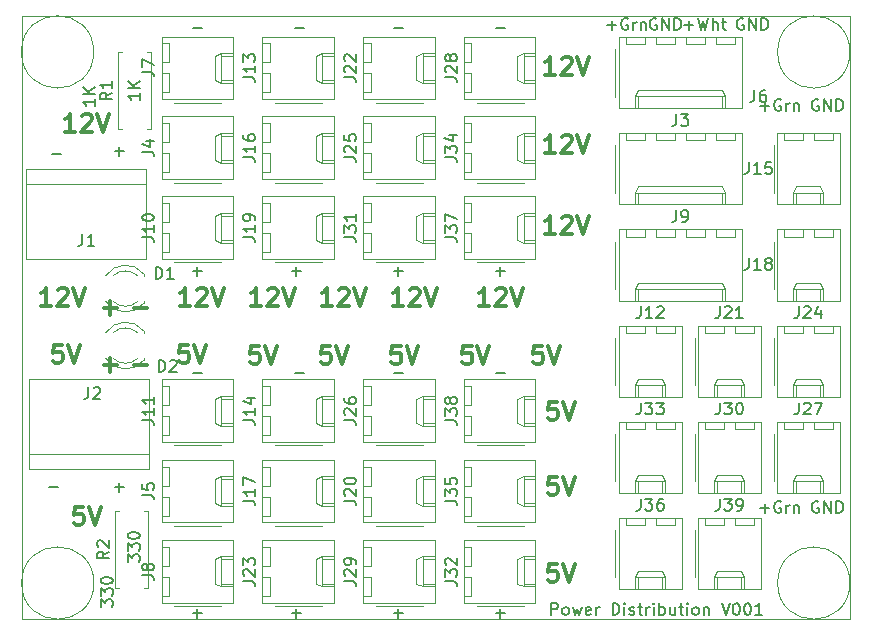
<source format=gbr>
G04 #@! TF.GenerationSoftware,KiCad,Pcbnew,(5.1.5-0-10_14)*
G04 #@! TF.CreationDate,2020-06-22T11:24:24+10:00*
G04 #@! TF.ProjectId,PowerDistribution,506f7765-7244-4697-9374-726962757469,rev?*
G04 #@! TF.SameCoordinates,Original*
G04 #@! TF.FileFunction,Legend,Top*
G04 #@! TF.FilePolarity,Positive*
%FSLAX46Y46*%
G04 Gerber Fmt 4.6, Leading zero omitted, Abs format (unit mm)*
G04 Created by KiCad (PCBNEW (5.1.5-0-10_14)) date 2020-06-22 11:24:24*
%MOMM*%
%LPD*%
G04 APERTURE LIST*
%ADD10C,0.150000*%
%ADD11C,0.300000*%
%ADD12C,0.120000*%
G04 APERTURE END LIST*
D10*
X108164380Y-105679714D02*
X108164380Y-105060666D01*
X108545333Y-105394000D01*
X108545333Y-105251142D01*
X108592952Y-105155904D01*
X108640571Y-105108285D01*
X108735809Y-105060666D01*
X108973904Y-105060666D01*
X109069142Y-105108285D01*
X109116761Y-105155904D01*
X109164380Y-105251142D01*
X109164380Y-105536857D01*
X109116761Y-105632095D01*
X109069142Y-105679714D01*
X108164380Y-104727333D02*
X108164380Y-104108285D01*
X108545333Y-104441619D01*
X108545333Y-104298761D01*
X108592952Y-104203523D01*
X108640571Y-104155904D01*
X108735809Y-104108285D01*
X108973904Y-104108285D01*
X109069142Y-104155904D01*
X109116761Y-104203523D01*
X109164380Y-104298761D01*
X109164380Y-104584476D01*
X109116761Y-104679714D01*
X109069142Y-104727333D01*
X108164380Y-103489238D02*
X108164380Y-103394000D01*
X108212000Y-103298761D01*
X108259619Y-103251142D01*
X108354857Y-103203523D01*
X108545333Y-103155904D01*
X108783428Y-103155904D01*
X108973904Y-103203523D01*
X109069142Y-103251142D01*
X109116761Y-103298761D01*
X109164380Y-103394000D01*
X109164380Y-103489238D01*
X109116761Y-103584476D01*
X109069142Y-103632095D01*
X108973904Y-103679714D01*
X108783428Y-103727333D01*
X108545333Y-103727333D01*
X108354857Y-103679714D01*
X108259619Y-103632095D01*
X108212000Y-103584476D01*
X108164380Y-103489238D01*
X107640380Y-62698285D02*
X107640380Y-63269714D01*
X107640380Y-62984000D02*
X106640380Y-62984000D01*
X106783238Y-63079238D01*
X106878476Y-63174476D01*
X106926095Y-63269714D01*
X107640380Y-62269714D02*
X106640380Y-62269714D01*
X107640380Y-61698285D02*
X107068952Y-62126857D01*
X106640380Y-61698285D02*
X107211809Y-62269714D01*
X111450380Y-62190285D02*
X111450380Y-62761714D01*
X111450380Y-62476000D02*
X110450380Y-62476000D01*
X110593238Y-62571238D01*
X110688476Y-62666476D01*
X110736095Y-62761714D01*
X111450380Y-61761714D02*
X110450380Y-61761714D01*
X111450380Y-61190285D02*
X110878952Y-61618857D01*
X110450380Y-61190285D02*
X111021809Y-61761714D01*
X110450380Y-101869714D02*
X110450380Y-101250666D01*
X110831333Y-101584000D01*
X110831333Y-101441142D01*
X110878952Y-101345904D01*
X110926571Y-101298285D01*
X111021809Y-101250666D01*
X111259904Y-101250666D01*
X111355142Y-101298285D01*
X111402761Y-101345904D01*
X111450380Y-101441142D01*
X111450380Y-101726857D01*
X111402761Y-101822095D01*
X111355142Y-101869714D01*
X110450380Y-100917333D02*
X110450380Y-100298285D01*
X110831333Y-100631619D01*
X110831333Y-100488761D01*
X110878952Y-100393523D01*
X110926571Y-100345904D01*
X111021809Y-100298285D01*
X111259904Y-100298285D01*
X111355142Y-100345904D01*
X111402761Y-100393523D01*
X111450380Y-100488761D01*
X111450380Y-100774476D01*
X111402761Y-100869714D01*
X111355142Y-100917333D01*
X110450380Y-99679238D02*
X110450380Y-99584000D01*
X110498000Y-99488761D01*
X110545619Y-99441142D01*
X110640857Y-99393523D01*
X110831333Y-99345904D01*
X111069428Y-99345904D01*
X111259904Y-99393523D01*
X111355142Y-99441142D01*
X111402761Y-99488761D01*
X111450380Y-99584000D01*
X111450380Y-99679238D01*
X111402761Y-99774476D01*
X111355142Y-99822095D01*
X111259904Y-99869714D01*
X111069428Y-99917333D01*
X110831333Y-99917333D01*
X110640857Y-99869714D01*
X110545619Y-99822095D01*
X110498000Y-99774476D01*
X110450380Y-99679238D01*
D11*
X108394571Y-85197142D02*
X109537428Y-85197142D01*
X108966000Y-85768571D02*
X108966000Y-84625714D01*
X110934571Y-85197142D02*
X112077428Y-85197142D01*
X110934571Y-80371142D02*
X112077428Y-80371142D01*
X108394571Y-80371142D02*
X109537428Y-80371142D01*
X108966000Y-80942571D02*
X108966000Y-79799714D01*
X106648285Y-97222571D02*
X105934000Y-97222571D01*
X105862571Y-97936857D01*
X105934000Y-97865428D01*
X106076857Y-97794000D01*
X106434000Y-97794000D01*
X106576857Y-97865428D01*
X106648285Y-97936857D01*
X106719714Y-98079714D01*
X106719714Y-98436857D01*
X106648285Y-98579714D01*
X106576857Y-98651142D01*
X106434000Y-98722571D01*
X106076857Y-98722571D01*
X105934000Y-98651142D01*
X105862571Y-98579714D01*
X107148285Y-97222571D02*
X107648285Y-98722571D01*
X108148285Y-97222571D01*
X106005428Y-65448571D02*
X105148285Y-65448571D01*
X105576857Y-65448571D02*
X105576857Y-63948571D01*
X105434000Y-64162857D01*
X105291142Y-64305714D01*
X105148285Y-64377142D01*
X106576857Y-64091428D02*
X106648285Y-64020000D01*
X106791142Y-63948571D01*
X107148285Y-63948571D01*
X107291142Y-64020000D01*
X107362571Y-64091428D01*
X107434000Y-64234285D01*
X107434000Y-64377142D01*
X107362571Y-64591428D01*
X106505428Y-65448571D01*
X107434000Y-65448571D01*
X107862571Y-63948571D02*
X108362571Y-65448571D01*
X108862571Y-63948571D01*
X103973428Y-80180571D02*
X103116285Y-80180571D01*
X103544857Y-80180571D02*
X103544857Y-78680571D01*
X103402000Y-78894857D01*
X103259142Y-79037714D01*
X103116285Y-79109142D01*
X104544857Y-78823428D02*
X104616285Y-78752000D01*
X104759142Y-78680571D01*
X105116285Y-78680571D01*
X105259142Y-78752000D01*
X105330571Y-78823428D01*
X105402000Y-78966285D01*
X105402000Y-79109142D01*
X105330571Y-79323428D01*
X104473428Y-80180571D01*
X105402000Y-80180571D01*
X105830571Y-78680571D02*
X106330571Y-80180571D01*
X106830571Y-78680571D01*
D10*
X146289238Y-106370380D02*
X146289238Y-105370380D01*
X146670190Y-105370380D01*
X146765428Y-105418000D01*
X146813047Y-105465619D01*
X146860666Y-105560857D01*
X146860666Y-105703714D01*
X146813047Y-105798952D01*
X146765428Y-105846571D01*
X146670190Y-105894190D01*
X146289238Y-105894190D01*
X147432095Y-106370380D02*
X147336857Y-106322761D01*
X147289238Y-106275142D01*
X147241619Y-106179904D01*
X147241619Y-105894190D01*
X147289238Y-105798952D01*
X147336857Y-105751333D01*
X147432095Y-105703714D01*
X147574952Y-105703714D01*
X147670190Y-105751333D01*
X147717809Y-105798952D01*
X147765428Y-105894190D01*
X147765428Y-106179904D01*
X147717809Y-106275142D01*
X147670190Y-106322761D01*
X147574952Y-106370380D01*
X147432095Y-106370380D01*
X148098761Y-105703714D02*
X148289238Y-106370380D01*
X148479714Y-105894190D01*
X148670190Y-106370380D01*
X148860666Y-105703714D01*
X149622571Y-106322761D02*
X149527333Y-106370380D01*
X149336857Y-106370380D01*
X149241619Y-106322761D01*
X149194000Y-106227523D01*
X149194000Y-105846571D01*
X149241619Y-105751333D01*
X149336857Y-105703714D01*
X149527333Y-105703714D01*
X149622571Y-105751333D01*
X149670190Y-105846571D01*
X149670190Y-105941809D01*
X149194000Y-106037047D01*
X150098761Y-106370380D02*
X150098761Y-105703714D01*
X150098761Y-105894190D02*
X150146380Y-105798952D01*
X150194000Y-105751333D01*
X150289238Y-105703714D01*
X150384476Y-105703714D01*
X151479714Y-106370380D02*
X151479714Y-105370380D01*
X151717809Y-105370380D01*
X151860666Y-105418000D01*
X151955904Y-105513238D01*
X152003523Y-105608476D01*
X152051142Y-105798952D01*
X152051142Y-105941809D01*
X152003523Y-106132285D01*
X151955904Y-106227523D01*
X151860666Y-106322761D01*
X151717809Y-106370380D01*
X151479714Y-106370380D01*
X152479714Y-106370380D02*
X152479714Y-105703714D01*
X152479714Y-105370380D02*
X152432095Y-105418000D01*
X152479714Y-105465619D01*
X152527333Y-105418000D01*
X152479714Y-105370380D01*
X152479714Y-105465619D01*
X152908285Y-106322761D02*
X153003523Y-106370380D01*
X153194000Y-106370380D01*
X153289238Y-106322761D01*
X153336857Y-106227523D01*
X153336857Y-106179904D01*
X153289238Y-106084666D01*
X153194000Y-106037047D01*
X153051142Y-106037047D01*
X152955904Y-105989428D01*
X152908285Y-105894190D01*
X152908285Y-105846571D01*
X152955904Y-105751333D01*
X153051142Y-105703714D01*
X153194000Y-105703714D01*
X153289238Y-105751333D01*
X153622571Y-105703714D02*
X154003523Y-105703714D01*
X153765428Y-105370380D02*
X153765428Y-106227523D01*
X153813047Y-106322761D01*
X153908285Y-106370380D01*
X154003523Y-106370380D01*
X154336857Y-106370380D02*
X154336857Y-105703714D01*
X154336857Y-105894190D02*
X154384476Y-105798952D01*
X154432095Y-105751333D01*
X154527333Y-105703714D01*
X154622571Y-105703714D01*
X154955904Y-106370380D02*
X154955904Y-105703714D01*
X154955904Y-105370380D02*
X154908285Y-105418000D01*
X154955904Y-105465619D01*
X155003523Y-105418000D01*
X154955904Y-105370380D01*
X154955904Y-105465619D01*
X155432095Y-106370380D02*
X155432095Y-105370380D01*
X155432095Y-105751333D02*
X155527333Y-105703714D01*
X155717809Y-105703714D01*
X155813047Y-105751333D01*
X155860666Y-105798952D01*
X155908285Y-105894190D01*
X155908285Y-106179904D01*
X155860666Y-106275142D01*
X155813047Y-106322761D01*
X155717809Y-106370380D01*
X155527333Y-106370380D01*
X155432095Y-106322761D01*
X156765428Y-105703714D02*
X156765428Y-106370380D01*
X156336857Y-105703714D02*
X156336857Y-106227523D01*
X156384476Y-106322761D01*
X156479714Y-106370380D01*
X156622571Y-106370380D01*
X156717809Y-106322761D01*
X156765428Y-106275142D01*
X157098761Y-105703714D02*
X157479714Y-105703714D01*
X157241619Y-105370380D02*
X157241619Y-106227523D01*
X157289238Y-106322761D01*
X157384476Y-106370380D01*
X157479714Y-106370380D01*
X157813047Y-106370380D02*
X157813047Y-105703714D01*
X157813047Y-105370380D02*
X157765428Y-105418000D01*
X157813047Y-105465619D01*
X157860666Y-105418000D01*
X157813047Y-105370380D01*
X157813047Y-105465619D01*
X158432095Y-106370380D02*
X158336857Y-106322761D01*
X158289238Y-106275142D01*
X158241619Y-106179904D01*
X158241619Y-105894190D01*
X158289238Y-105798952D01*
X158336857Y-105751333D01*
X158432095Y-105703714D01*
X158574952Y-105703714D01*
X158670190Y-105751333D01*
X158717809Y-105798952D01*
X158765428Y-105894190D01*
X158765428Y-106179904D01*
X158717809Y-106275142D01*
X158670190Y-106322761D01*
X158574952Y-106370380D01*
X158432095Y-106370380D01*
X159194000Y-105703714D02*
X159194000Y-106370380D01*
X159194000Y-105798952D02*
X159241619Y-105751333D01*
X159336857Y-105703714D01*
X159479714Y-105703714D01*
X159574952Y-105751333D01*
X159622571Y-105846571D01*
X159622571Y-106370380D01*
X160717809Y-105370380D02*
X161051142Y-106370380D01*
X161384476Y-105370380D01*
X161908285Y-105370380D02*
X162003523Y-105370380D01*
X162098761Y-105418000D01*
X162146380Y-105465619D01*
X162194000Y-105560857D01*
X162241619Y-105751333D01*
X162241619Y-105989428D01*
X162194000Y-106179904D01*
X162146380Y-106275142D01*
X162098761Y-106322761D01*
X162003523Y-106370380D01*
X161908285Y-106370380D01*
X161813047Y-106322761D01*
X161765428Y-106275142D01*
X161717809Y-106179904D01*
X161670190Y-105989428D01*
X161670190Y-105751333D01*
X161717809Y-105560857D01*
X161765428Y-105465619D01*
X161813047Y-105418000D01*
X161908285Y-105370380D01*
X162860666Y-105370380D02*
X162955904Y-105370380D01*
X163051142Y-105418000D01*
X163098761Y-105465619D01*
X163146380Y-105560857D01*
X163194000Y-105751333D01*
X163194000Y-105989428D01*
X163146380Y-106179904D01*
X163098761Y-106275142D01*
X163051142Y-106322761D01*
X162955904Y-106370380D01*
X162860666Y-106370380D01*
X162765428Y-106322761D01*
X162717809Y-106275142D01*
X162670190Y-106179904D01*
X162622571Y-105989428D01*
X162622571Y-105751333D01*
X162670190Y-105560857D01*
X162717809Y-105465619D01*
X162765428Y-105418000D01*
X162860666Y-105370380D01*
X164146380Y-106370380D02*
X163574952Y-106370380D01*
X163860666Y-106370380D02*
X163860666Y-105370380D01*
X163765428Y-105513238D01*
X163670190Y-105608476D01*
X163574952Y-105656095D01*
X163965142Y-97353428D02*
X164727047Y-97353428D01*
X164346095Y-97734380D02*
X164346095Y-96972476D01*
X165727047Y-96782000D02*
X165631809Y-96734380D01*
X165488952Y-96734380D01*
X165346095Y-96782000D01*
X165250857Y-96877238D01*
X165203238Y-96972476D01*
X165155619Y-97162952D01*
X165155619Y-97305809D01*
X165203238Y-97496285D01*
X165250857Y-97591523D01*
X165346095Y-97686761D01*
X165488952Y-97734380D01*
X165584190Y-97734380D01*
X165727047Y-97686761D01*
X165774666Y-97639142D01*
X165774666Y-97305809D01*
X165584190Y-97305809D01*
X166203238Y-97734380D02*
X166203238Y-97067714D01*
X166203238Y-97258190D02*
X166250857Y-97162952D01*
X166298476Y-97115333D01*
X166393714Y-97067714D01*
X166488952Y-97067714D01*
X166822285Y-97067714D02*
X166822285Y-97734380D01*
X166822285Y-97162952D02*
X166869904Y-97115333D01*
X166965142Y-97067714D01*
X167108000Y-97067714D01*
X167203238Y-97115333D01*
X167250857Y-97210571D01*
X167250857Y-97734380D01*
X168910095Y-96782000D02*
X168814857Y-96734380D01*
X168672000Y-96734380D01*
X168529142Y-96782000D01*
X168433904Y-96877238D01*
X168386285Y-96972476D01*
X168338666Y-97162952D01*
X168338666Y-97305809D01*
X168386285Y-97496285D01*
X168433904Y-97591523D01*
X168529142Y-97686761D01*
X168672000Y-97734380D01*
X168767238Y-97734380D01*
X168910095Y-97686761D01*
X168957714Y-97639142D01*
X168957714Y-97305809D01*
X168767238Y-97305809D01*
X169386285Y-97734380D02*
X169386285Y-96734380D01*
X169957714Y-97734380D01*
X169957714Y-96734380D01*
X170433904Y-97734380D02*
X170433904Y-96734380D01*
X170672000Y-96734380D01*
X170814857Y-96782000D01*
X170910095Y-96877238D01*
X170957714Y-96972476D01*
X171005333Y-97162952D01*
X171005333Y-97305809D01*
X170957714Y-97496285D01*
X170910095Y-97591523D01*
X170814857Y-97686761D01*
X170672000Y-97734380D01*
X170433904Y-97734380D01*
X163965142Y-63317428D02*
X164727047Y-63317428D01*
X164346095Y-63698380D02*
X164346095Y-62936476D01*
X165727047Y-62746000D02*
X165631809Y-62698380D01*
X165488952Y-62698380D01*
X165346095Y-62746000D01*
X165250857Y-62841238D01*
X165203238Y-62936476D01*
X165155619Y-63126952D01*
X165155619Y-63269809D01*
X165203238Y-63460285D01*
X165250857Y-63555523D01*
X165346095Y-63650761D01*
X165488952Y-63698380D01*
X165584190Y-63698380D01*
X165727047Y-63650761D01*
X165774666Y-63603142D01*
X165774666Y-63269809D01*
X165584190Y-63269809D01*
X166203238Y-63698380D02*
X166203238Y-63031714D01*
X166203238Y-63222190D02*
X166250857Y-63126952D01*
X166298476Y-63079333D01*
X166393714Y-63031714D01*
X166488952Y-63031714D01*
X166822285Y-63031714D02*
X166822285Y-63698380D01*
X166822285Y-63126952D02*
X166869904Y-63079333D01*
X166965142Y-63031714D01*
X167108000Y-63031714D01*
X167203238Y-63079333D01*
X167250857Y-63174571D01*
X167250857Y-63698380D01*
X168910095Y-62746000D02*
X168814857Y-62698380D01*
X168672000Y-62698380D01*
X168529142Y-62746000D01*
X168433904Y-62841238D01*
X168386285Y-62936476D01*
X168338666Y-63126952D01*
X168338666Y-63269809D01*
X168386285Y-63460285D01*
X168433904Y-63555523D01*
X168529142Y-63650761D01*
X168672000Y-63698380D01*
X168767238Y-63698380D01*
X168910095Y-63650761D01*
X168957714Y-63603142D01*
X168957714Y-63269809D01*
X168767238Y-63269809D01*
X169386285Y-63698380D02*
X169386285Y-62698380D01*
X169957714Y-63698380D01*
X169957714Y-62698380D01*
X170433904Y-63698380D02*
X170433904Y-62698380D01*
X170672000Y-62698380D01*
X170814857Y-62746000D01*
X170910095Y-62841238D01*
X170957714Y-62936476D01*
X171005333Y-63126952D01*
X171005333Y-63269809D01*
X170957714Y-63460285D01*
X170910095Y-63555523D01*
X170814857Y-63650761D01*
X170672000Y-63698380D01*
X170433904Y-63698380D01*
X141605047Y-56713428D02*
X142366952Y-56713428D01*
X124587047Y-56713428D02*
X125348952Y-56713428D01*
X132969047Y-56713428D02*
X133730952Y-56713428D01*
X115951047Y-56713428D02*
X116712952Y-56713428D01*
X115951047Y-106243428D02*
X116712952Y-106243428D01*
X116332000Y-106624380D02*
X116332000Y-105862476D01*
X132969047Y-106243428D02*
X133730952Y-106243428D01*
X133350000Y-106624380D02*
X133350000Y-105862476D01*
X124333047Y-106243428D02*
X125094952Y-106243428D01*
X124714000Y-106624380D02*
X124714000Y-105862476D01*
X141605047Y-106243428D02*
X142366952Y-106243428D01*
X141986000Y-106624380D02*
X141986000Y-105862476D01*
X141605047Y-77287428D02*
X142366952Y-77287428D01*
X141986000Y-77668380D02*
X141986000Y-76906476D01*
X132969047Y-77287428D02*
X133730952Y-77287428D01*
X133350000Y-77668380D02*
X133350000Y-76906476D01*
X124333047Y-77287428D02*
X125094952Y-77287428D01*
X124714000Y-77668380D02*
X124714000Y-76906476D01*
X132969047Y-85923428D02*
X133730952Y-85923428D01*
X124587047Y-85923428D02*
X125348952Y-85923428D01*
X141605047Y-85923428D02*
X142366952Y-85923428D01*
X115951047Y-85923428D02*
X116712952Y-85923428D01*
X115951047Y-77287428D02*
X116712952Y-77287428D01*
X116332000Y-77668380D02*
X116332000Y-76906476D01*
X155194095Y-55888000D02*
X155098857Y-55840380D01*
X154956000Y-55840380D01*
X154813142Y-55888000D01*
X154717904Y-55983238D01*
X154670285Y-56078476D01*
X154622666Y-56268952D01*
X154622666Y-56411809D01*
X154670285Y-56602285D01*
X154717904Y-56697523D01*
X154813142Y-56792761D01*
X154956000Y-56840380D01*
X155051238Y-56840380D01*
X155194095Y-56792761D01*
X155241714Y-56745142D01*
X155241714Y-56411809D01*
X155051238Y-56411809D01*
X155670285Y-56840380D02*
X155670285Y-55840380D01*
X156241714Y-56840380D01*
X156241714Y-55840380D01*
X156717904Y-56840380D02*
X156717904Y-55840380D01*
X156956000Y-55840380D01*
X157098857Y-55888000D01*
X157194095Y-55983238D01*
X157241714Y-56078476D01*
X157289333Y-56268952D01*
X157289333Y-56411809D01*
X157241714Y-56602285D01*
X157194095Y-56697523D01*
X157098857Y-56792761D01*
X156956000Y-56840380D01*
X156717904Y-56840380D01*
X162560095Y-55888000D02*
X162464857Y-55840380D01*
X162322000Y-55840380D01*
X162179142Y-55888000D01*
X162083904Y-55983238D01*
X162036285Y-56078476D01*
X161988666Y-56268952D01*
X161988666Y-56411809D01*
X162036285Y-56602285D01*
X162083904Y-56697523D01*
X162179142Y-56792761D01*
X162322000Y-56840380D01*
X162417238Y-56840380D01*
X162560095Y-56792761D01*
X162607714Y-56745142D01*
X162607714Y-56411809D01*
X162417238Y-56411809D01*
X163036285Y-56840380D02*
X163036285Y-55840380D01*
X163607714Y-56840380D01*
X163607714Y-55840380D01*
X164083904Y-56840380D02*
X164083904Y-55840380D01*
X164322000Y-55840380D01*
X164464857Y-55888000D01*
X164560095Y-55983238D01*
X164607714Y-56078476D01*
X164655333Y-56268952D01*
X164655333Y-56411809D01*
X164607714Y-56602285D01*
X164560095Y-56697523D01*
X164464857Y-56792761D01*
X164322000Y-56840380D01*
X164083904Y-56840380D01*
X157567523Y-56459428D02*
X158329428Y-56459428D01*
X157948476Y-56840380D02*
X157948476Y-56078476D01*
X158710380Y-55840380D02*
X158948476Y-56840380D01*
X159138952Y-56126095D01*
X159329428Y-56840380D01*
X159567523Y-55840380D01*
X159948476Y-56840380D02*
X159948476Y-55840380D01*
X160377047Y-56840380D02*
X160377047Y-56316571D01*
X160329428Y-56221333D01*
X160234190Y-56173714D01*
X160091333Y-56173714D01*
X159996095Y-56221333D01*
X159948476Y-56268952D01*
X160710380Y-56173714D02*
X161091333Y-56173714D01*
X160853238Y-55840380D02*
X160853238Y-56697523D01*
X160900857Y-56792761D01*
X160996095Y-56840380D01*
X161091333Y-56840380D01*
X151011142Y-56459428D02*
X151773047Y-56459428D01*
X151392095Y-56840380D02*
X151392095Y-56078476D01*
X152773047Y-55888000D02*
X152677809Y-55840380D01*
X152534952Y-55840380D01*
X152392095Y-55888000D01*
X152296857Y-55983238D01*
X152249238Y-56078476D01*
X152201619Y-56268952D01*
X152201619Y-56411809D01*
X152249238Y-56602285D01*
X152296857Y-56697523D01*
X152392095Y-56792761D01*
X152534952Y-56840380D01*
X152630190Y-56840380D01*
X152773047Y-56792761D01*
X152820666Y-56745142D01*
X152820666Y-56411809D01*
X152630190Y-56411809D01*
X153249238Y-56840380D02*
X153249238Y-56173714D01*
X153249238Y-56364190D02*
X153296857Y-56268952D01*
X153344476Y-56221333D01*
X153439714Y-56173714D01*
X153534952Y-56173714D01*
X153868285Y-56173714D02*
X153868285Y-56840380D01*
X153868285Y-56268952D02*
X153915904Y-56221333D01*
X154011142Y-56173714D01*
X154154000Y-56173714D01*
X154249238Y-56221333D01*
X154296857Y-56316571D01*
X154296857Y-56840380D01*
D11*
X146780285Y-102048571D02*
X146066000Y-102048571D01*
X145994571Y-102762857D01*
X146066000Y-102691428D01*
X146208857Y-102620000D01*
X146566000Y-102620000D01*
X146708857Y-102691428D01*
X146780285Y-102762857D01*
X146851714Y-102905714D01*
X146851714Y-103262857D01*
X146780285Y-103405714D01*
X146708857Y-103477142D01*
X146566000Y-103548571D01*
X146208857Y-103548571D01*
X146066000Y-103477142D01*
X145994571Y-103405714D01*
X147280285Y-102048571D02*
X147780285Y-103548571D01*
X148280285Y-102048571D01*
X146780285Y-94682571D02*
X146066000Y-94682571D01*
X145994571Y-95396857D01*
X146066000Y-95325428D01*
X146208857Y-95254000D01*
X146566000Y-95254000D01*
X146708857Y-95325428D01*
X146780285Y-95396857D01*
X146851714Y-95539714D01*
X146851714Y-95896857D01*
X146780285Y-96039714D01*
X146708857Y-96111142D01*
X146566000Y-96182571D01*
X146208857Y-96182571D01*
X146066000Y-96111142D01*
X145994571Y-96039714D01*
X147280285Y-94682571D02*
X147780285Y-96182571D01*
X148280285Y-94682571D01*
X145540285Y-83584571D02*
X144826000Y-83584571D01*
X144754571Y-84298857D01*
X144826000Y-84227428D01*
X144968857Y-84156000D01*
X145326000Y-84156000D01*
X145468857Y-84227428D01*
X145540285Y-84298857D01*
X145611714Y-84441714D01*
X145611714Y-84798857D01*
X145540285Y-84941714D01*
X145468857Y-85013142D01*
X145326000Y-85084571D01*
X144968857Y-85084571D01*
X144826000Y-85013142D01*
X144754571Y-84941714D01*
X146040285Y-83584571D02*
X146540285Y-85084571D01*
X147040285Y-83584571D01*
X146780285Y-88332571D02*
X146066000Y-88332571D01*
X145994571Y-89046857D01*
X146066000Y-88975428D01*
X146208857Y-88904000D01*
X146566000Y-88904000D01*
X146708857Y-88975428D01*
X146780285Y-89046857D01*
X146851714Y-89189714D01*
X146851714Y-89546857D01*
X146780285Y-89689714D01*
X146708857Y-89761142D01*
X146566000Y-89832571D01*
X146208857Y-89832571D01*
X146066000Y-89761142D01*
X145994571Y-89689714D01*
X147280285Y-88332571D02*
X147780285Y-89832571D01*
X148280285Y-88332571D01*
X139540285Y-83584571D02*
X138826000Y-83584571D01*
X138754571Y-84298857D01*
X138826000Y-84227428D01*
X138968857Y-84156000D01*
X139326000Y-84156000D01*
X139468857Y-84227428D01*
X139540285Y-84298857D01*
X139611714Y-84441714D01*
X139611714Y-84798857D01*
X139540285Y-84941714D01*
X139468857Y-85013142D01*
X139326000Y-85084571D01*
X138968857Y-85084571D01*
X138826000Y-85013142D01*
X138754571Y-84941714D01*
X140040285Y-83584571D02*
X140540285Y-85084571D01*
X141040285Y-83584571D01*
X133540285Y-83584571D02*
X132826000Y-83584571D01*
X132754571Y-84298857D01*
X132826000Y-84227428D01*
X132968857Y-84156000D01*
X133326000Y-84156000D01*
X133468857Y-84227428D01*
X133540285Y-84298857D01*
X133611714Y-84441714D01*
X133611714Y-84798857D01*
X133540285Y-84941714D01*
X133468857Y-85013142D01*
X133326000Y-85084571D01*
X132968857Y-85084571D01*
X132826000Y-85013142D01*
X132754571Y-84941714D01*
X134040285Y-83584571D02*
X134540285Y-85084571D01*
X135040285Y-83584571D01*
D10*
X103759047Y-95575428D02*
X104520952Y-95575428D01*
X109347047Y-95575428D02*
X110108952Y-95575428D01*
X109728000Y-95956380D02*
X109728000Y-95194476D01*
X104013047Y-67381428D02*
X104774952Y-67381428D01*
X109347047Y-67127428D02*
X110108952Y-67127428D01*
X109728000Y-67508380D02*
X109728000Y-66746476D01*
D11*
X141057428Y-80180571D02*
X140200285Y-80180571D01*
X140628857Y-80180571D02*
X140628857Y-78680571D01*
X140486000Y-78894857D01*
X140343142Y-79037714D01*
X140200285Y-79109142D01*
X141628857Y-78823428D02*
X141700285Y-78752000D01*
X141843142Y-78680571D01*
X142200285Y-78680571D01*
X142343142Y-78752000D01*
X142414571Y-78823428D01*
X142486000Y-78966285D01*
X142486000Y-79109142D01*
X142414571Y-79323428D01*
X141557428Y-80180571D01*
X142486000Y-80180571D01*
X142914571Y-78680571D02*
X143414571Y-80180571D01*
X143914571Y-78680571D01*
X146645428Y-74084571D02*
X145788285Y-74084571D01*
X146216857Y-74084571D02*
X146216857Y-72584571D01*
X146074000Y-72798857D01*
X145931142Y-72941714D01*
X145788285Y-73013142D01*
X147216857Y-72727428D02*
X147288285Y-72656000D01*
X147431142Y-72584571D01*
X147788285Y-72584571D01*
X147931142Y-72656000D01*
X148002571Y-72727428D01*
X148074000Y-72870285D01*
X148074000Y-73013142D01*
X148002571Y-73227428D01*
X147145428Y-74084571D01*
X148074000Y-74084571D01*
X148502571Y-72584571D02*
X149002571Y-74084571D01*
X149502571Y-72584571D01*
X146645428Y-67226571D02*
X145788285Y-67226571D01*
X146216857Y-67226571D02*
X146216857Y-65726571D01*
X146074000Y-65940857D01*
X145931142Y-66083714D01*
X145788285Y-66155142D01*
X147216857Y-65869428D02*
X147288285Y-65798000D01*
X147431142Y-65726571D01*
X147788285Y-65726571D01*
X147931142Y-65798000D01*
X148002571Y-65869428D01*
X148074000Y-66012285D01*
X148074000Y-66155142D01*
X148002571Y-66369428D01*
X147145428Y-67226571D01*
X148074000Y-67226571D01*
X148502571Y-65726571D02*
X149002571Y-67226571D01*
X149502571Y-65726571D01*
X146645428Y-60622571D02*
X145788285Y-60622571D01*
X146216857Y-60622571D02*
X146216857Y-59122571D01*
X146074000Y-59336857D01*
X145931142Y-59479714D01*
X145788285Y-59551142D01*
X147216857Y-59265428D02*
X147288285Y-59194000D01*
X147431142Y-59122571D01*
X147788285Y-59122571D01*
X147931142Y-59194000D01*
X148002571Y-59265428D01*
X148074000Y-59408285D01*
X148074000Y-59551142D01*
X148002571Y-59765428D01*
X147145428Y-60622571D01*
X148074000Y-60622571D01*
X148502571Y-59122571D02*
X149002571Y-60622571D01*
X149502571Y-59122571D01*
X104870285Y-83506571D02*
X104156000Y-83506571D01*
X104084571Y-84220857D01*
X104156000Y-84149428D01*
X104298857Y-84078000D01*
X104656000Y-84078000D01*
X104798857Y-84149428D01*
X104870285Y-84220857D01*
X104941714Y-84363714D01*
X104941714Y-84720857D01*
X104870285Y-84863714D01*
X104798857Y-84935142D01*
X104656000Y-85006571D01*
X104298857Y-85006571D01*
X104156000Y-84935142D01*
X104084571Y-84863714D01*
X105370285Y-83506571D02*
X105870285Y-85006571D01*
X106370285Y-83506571D01*
X121568285Y-83584571D02*
X120854000Y-83584571D01*
X120782571Y-84298857D01*
X120854000Y-84227428D01*
X120996857Y-84156000D01*
X121354000Y-84156000D01*
X121496857Y-84227428D01*
X121568285Y-84298857D01*
X121639714Y-84441714D01*
X121639714Y-84798857D01*
X121568285Y-84941714D01*
X121496857Y-85013142D01*
X121354000Y-85084571D01*
X120996857Y-85084571D01*
X120854000Y-85013142D01*
X120782571Y-84941714D01*
X122068285Y-83584571D02*
X122568285Y-85084571D01*
X123068285Y-83584571D01*
X115568285Y-83506571D02*
X114854000Y-83506571D01*
X114782571Y-84220857D01*
X114854000Y-84149428D01*
X114996857Y-84078000D01*
X115354000Y-84078000D01*
X115496857Y-84149428D01*
X115568285Y-84220857D01*
X115639714Y-84363714D01*
X115639714Y-84720857D01*
X115568285Y-84863714D01*
X115496857Y-84935142D01*
X115354000Y-85006571D01*
X114996857Y-85006571D01*
X114854000Y-84935142D01*
X114782571Y-84863714D01*
X116068285Y-83506571D02*
X116568285Y-85006571D01*
X117068285Y-83506571D01*
X127568285Y-83584571D02*
X126854000Y-83584571D01*
X126782571Y-84298857D01*
X126854000Y-84227428D01*
X126996857Y-84156000D01*
X127354000Y-84156000D01*
X127496857Y-84227428D01*
X127568285Y-84298857D01*
X127639714Y-84441714D01*
X127639714Y-84798857D01*
X127568285Y-84941714D01*
X127496857Y-85013142D01*
X127354000Y-85084571D01*
X126996857Y-85084571D01*
X126854000Y-85013142D01*
X126782571Y-84941714D01*
X128068285Y-83584571D02*
X128568285Y-85084571D01*
X129068285Y-83584571D01*
X133739428Y-80180571D02*
X132882285Y-80180571D01*
X133310857Y-80180571D02*
X133310857Y-78680571D01*
X133168000Y-78894857D01*
X133025142Y-79037714D01*
X132882285Y-79109142D01*
X134310857Y-78823428D02*
X134382285Y-78752000D01*
X134525142Y-78680571D01*
X134882285Y-78680571D01*
X135025142Y-78752000D01*
X135096571Y-78823428D01*
X135168000Y-78966285D01*
X135168000Y-79109142D01*
X135096571Y-79323428D01*
X134239428Y-80180571D01*
X135168000Y-80180571D01*
X135596571Y-78680571D02*
X136096571Y-80180571D01*
X136596571Y-78680571D01*
X127739428Y-80180571D02*
X126882285Y-80180571D01*
X127310857Y-80180571D02*
X127310857Y-78680571D01*
X127168000Y-78894857D01*
X127025142Y-79037714D01*
X126882285Y-79109142D01*
X128310857Y-78823428D02*
X128382285Y-78752000D01*
X128525142Y-78680571D01*
X128882285Y-78680571D01*
X129025142Y-78752000D01*
X129096571Y-78823428D01*
X129168000Y-78966285D01*
X129168000Y-79109142D01*
X129096571Y-79323428D01*
X128239428Y-80180571D01*
X129168000Y-80180571D01*
X129596571Y-78680571D02*
X130096571Y-80180571D01*
X130596571Y-78680571D01*
X121739428Y-80180571D02*
X120882285Y-80180571D01*
X121310857Y-80180571D02*
X121310857Y-78680571D01*
X121168000Y-78894857D01*
X121025142Y-79037714D01*
X120882285Y-79109142D01*
X122310857Y-78823428D02*
X122382285Y-78752000D01*
X122525142Y-78680571D01*
X122882285Y-78680571D01*
X123025142Y-78752000D01*
X123096571Y-78823428D01*
X123168000Y-78966285D01*
X123168000Y-79109142D01*
X123096571Y-79323428D01*
X122239428Y-80180571D01*
X123168000Y-80180571D01*
X123596571Y-78680571D02*
X124096571Y-80180571D01*
X124596571Y-78680571D01*
X115739428Y-80180571D02*
X114882285Y-80180571D01*
X115310857Y-80180571D02*
X115310857Y-78680571D01*
X115168000Y-78894857D01*
X115025142Y-79037714D01*
X114882285Y-79109142D01*
X116310857Y-78823428D02*
X116382285Y-78752000D01*
X116525142Y-78680571D01*
X116882285Y-78680571D01*
X117025142Y-78752000D01*
X117096571Y-78823428D01*
X117168000Y-78966285D01*
X117168000Y-79109142D01*
X117096571Y-79323428D01*
X116239428Y-80180571D01*
X117168000Y-80180571D01*
X117596571Y-78680571D02*
X118096571Y-80180571D01*
X118596571Y-78680571D01*
D12*
X112114000Y-97568000D02*
X111784000Y-97568000D01*
X112114000Y-104108000D02*
X112114000Y-97568000D01*
X111784000Y-104108000D02*
X112114000Y-104108000D01*
X109374000Y-97568000D02*
X109704000Y-97568000D01*
X109374000Y-104108000D02*
X109374000Y-97568000D01*
X109704000Y-104108000D02*
X109374000Y-104108000D01*
X112368000Y-58706000D02*
X112038000Y-58706000D01*
X112368000Y-65246000D02*
X112368000Y-58706000D01*
X112038000Y-65246000D02*
X112368000Y-65246000D01*
X109628000Y-58706000D02*
X109958000Y-58706000D01*
X109628000Y-65246000D02*
X109628000Y-58706000D01*
X109958000Y-65246000D02*
X109628000Y-65246000D01*
X111796000Y-82486000D02*
X111796000Y-82330000D01*
X111796000Y-84802000D02*
X111796000Y-84646000D01*
X109194870Y-82486163D02*
G75*
G02X111276961Y-82486000I1041130J-1079837D01*
G01*
X109194870Y-84645837D02*
G75*
G03X111276961Y-84646000I1041130J1079837D01*
G01*
X108563665Y-82487392D02*
G75*
G02X111796000Y-82330484I1672335J-1078608D01*
G01*
X108563665Y-84644608D02*
G75*
G03X111796000Y-84801516I1672335J1078608D01*
G01*
X111796000Y-77660000D02*
X111796000Y-77504000D01*
X111796000Y-79976000D02*
X111796000Y-79820000D01*
X109194870Y-77660163D02*
G75*
G02X111276961Y-77660000I1041130J-1079837D01*
G01*
X109194870Y-79819837D02*
G75*
G03X111276961Y-79820000I1041130J1079837D01*
G01*
X108563665Y-77661392D02*
G75*
G02X111796000Y-77504484I1672335J-1078608D01*
G01*
X108563665Y-79818608D02*
G75*
G03X111796000Y-79975516I1672335J1078608D01*
G01*
X163434000Y-98770000D02*
X163434000Y-98170000D01*
X161834000Y-98770000D02*
X163434000Y-98770000D01*
X161834000Y-98170000D02*
X161834000Y-98770000D01*
X160894000Y-98770000D02*
X160894000Y-98170000D01*
X159294000Y-98770000D02*
X160894000Y-98770000D01*
X159294000Y-98170000D02*
X159294000Y-98770000D01*
X162384000Y-104190000D02*
X162384000Y-103190000D01*
X160344000Y-104190000D02*
X160344000Y-103190000D01*
X162384000Y-102660000D02*
X162634000Y-103190000D01*
X160344000Y-102660000D02*
X162384000Y-102660000D01*
X160094000Y-103190000D02*
X160344000Y-102660000D01*
X162634000Y-103190000D02*
X162634000Y-104190000D01*
X160094000Y-103190000D02*
X162634000Y-103190000D01*
X160094000Y-104190000D02*
X160094000Y-103190000D01*
X158424000Y-99200000D02*
X158424000Y-103200000D01*
X164014000Y-98170000D02*
X158714000Y-98170000D01*
X164014000Y-104190000D02*
X164014000Y-98170000D01*
X158714000Y-104190000D02*
X164014000Y-104190000D01*
X158714000Y-98170000D02*
X158714000Y-104190000D01*
X139536000Y-87004000D02*
X138936000Y-87004000D01*
X139536000Y-88604000D02*
X139536000Y-87004000D01*
X138936000Y-88604000D02*
X139536000Y-88604000D01*
X139536000Y-89544000D02*
X138936000Y-89544000D01*
X139536000Y-91144000D02*
X139536000Y-89544000D01*
X138936000Y-91144000D02*
X139536000Y-91144000D01*
X144956000Y-88054000D02*
X143956000Y-88054000D01*
X144956000Y-90094000D02*
X143956000Y-90094000D01*
X143426000Y-88054000D02*
X143956000Y-87804000D01*
X143426000Y-90094000D02*
X143426000Y-88054000D01*
X143956000Y-90344000D02*
X143426000Y-90094000D01*
X143956000Y-87804000D02*
X144956000Y-87804000D01*
X143956000Y-90344000D02*
X143956000Y-87804000D01*
X144956000Y-90344000D02*
X143956000Y-90344000D01*
X139966000Y-92014000D02*
X143966000Y-92014000D01*
X138936000Y-86424000D02*
X138936000Y-91724000D01*
X144956000Y-86424000D02*
X138936000Y-86424000D01*
X144956000Y-91724000D02*
X144956000Y-86424000D01*
X138936000Y-91724000D02*
X144956000Y-91724000D01*
X139536000Y-71510000D02*
X138936000Y-71510000D01*
X139536000Y-73110000D02*
X139536000Y-71510000D01*
X138936000Y-73110000D02*
X139536000Y-73110000D01*
X139536000Y-74050000D02*
X138936000Y-74050000D01*
X139536000Y-75650000D02*
X139536000Y-74050000D01*
X138936000Y-75650000D02*
X139536000Y-75650000D01*
X144956000Y-72560000D02*
X143956000Y-72560000D01*
X144956000Y-74600000D02*
X143956000Y-74600000D01*
X143426000Y-72560000D02*
X143956000Y-72310000D01*
X143426000Y-74600000D02*
X143426000Y-72560000D01*
X143956000Y-74850000D02*
X143426000Y-74600000D01*
X143956000Y-72310000D02*
X144956000Y-72310000D01*
X143956000Y-74850000D02*
X143956000Y-72310000D01*
X144956000Y-74850000D02*
X143956000Y-74850000D01*
X139966000Y-76520000D02*
X143966000Y-76520000D01*
X138936000Y-70930000D02*
X138936000Y-76230000D01*
X144956000Y-70930000D02*
X138936000Y-70930000D01*
X144956000Y-76230000D02*
X144956000Y-70930000D01*
X138936000Y-76230000D02*
X144956000Y-76230000D01*
X156740000Y-98770000D02*
X156740000Y-98170000D01*
X155140000Y-98770000D02*
X156740000Y-98770000D01*
X155140000Y-98170000D02*
X155140000Y-98770000D01*
X154200000Y-98770000D02*
X154200000Y-98170000D01*
X152600000Y-98770000D02*
X154200000Y-98770000D01*
X152600000Y-98170000D02*
X152600000Y-98770000D01*
X155690000Y-104190000D02*
X155690000Y-103190000D01*
X153650000Y-104190000D02*
X153650000Y-103190000D01*
X155690000Y-102660000D02*
X155940000Y-103190000D01*
X153650000Y-102660000D02*
X155690000Y-102660000D01*
X153400000Y-103190000D02*
X153650000Y-102660000D01*
X155940000Y-103190000D02*
X155940000Y-104190000D01*
X153400000Y-103190000D02*
X155940000Y-103190000D01*
X153400000Y-104190000D02*
X153400000Y-103190000D01*
X151730000Y-99200000D02*
X151730000Y-103200000D01*
X157320000Y-98170000D02*
X152020000Y-98170000D01*
X157320000Y-104190000D02*
X157320000Y-98170000D01*
X152020000Y-104190000D02*
X157320000Y-104190000D01*
X152020000Y-98170000D02*
X152020000Y-104190000D01*
X139536000Y-93814000D02*
X138936000Y-93814000D01*
X139536000Y-95414000D02*
X139536000Y-93814000D01*
X138936000Y-95414000D02*
X139536000Y-95414000D01*
X139536000Y-96354000D02*
X138936000Y-96354000D01*
X139536000Y-97954000D02*
X139536000Y-96354000D01*
X138936000Y-97954000D02*
X139536000Y-97954000D01*
X144956000Y-94864000D02*
X143956000Y-94864000D01*
X144956000Y-96904000D02*
X143956000Y-96904000D01*
X143426000Y-94864000D02*
X143956000Y-94614000D01*
X143426000Y-96904000D02*
X143426000Y-94864000D01*
X143956000Y-97154000D02*
X143426000Y-96904000D01*
X143956000Y-94614000D02*
X144956000Y-94614000D01*
X143956000Y-97154000D02*
X143956000Y-94614000D01*
X144956000Y-97154000D02*
X143956000Y-97154000D01*
X139966000Y-98824000D02*
X143966000Y-98824000D01*
X138936000Y-93234000D02*
X138936000Y-98534000D01*
X144956000Y-93234000D02*
X138936000Y-93234000D01*
X144956000Y-98534000D02*
X144956000Y-93234000D01*
X138936000Y-98534000D02*
X144956000Y-98534000D01*
X139536000Y-64750000D02*
X138936000Y-64750000D01*
X139536000Y-66350000D02*
X139536000Y-64750000D01*
X138936000Y-66350000D02*
X139536000Y-66350000D01*
X139536000Y-67290000D02*
X138936000Y-67290000D01*
X139536000Y-68890000D02*
X139536000Y-67290000D01*
X138936000Y-68890000D02*
X139536000Y-68890000D01*
X144956000Y-65800000D02*
X143956000Y-65800000D01*
X144956000Y-67840000D02*
X143956000Y-67840000D01*
X143426000Y-65800000D02*
X143956000Y-65550000D01*
X143426000Y-67840000D02*
X143426000Y-65800000D01*
X143956000Y-68090000D02*
X143426000Y-67840000D01*
X143956000Y-65550000D02*
X144956000Y-65550000D01*
X143956000Y-68090000D02*
X143956000Y-65550000D01*
X144956000Y-68090000D02*
X143956000Y-68090000D01*
X139966000Y-69760000D02*
X143966000Y-69760000D01*
X138936000Y-64170000D02*
X138936000Y-69470000D01*
X144956000Y-64170000D02*
X138936000Y-64170000D01*
X144956000Y-69470000D02*
X144956000Y-64170000D01*
X138936000Y-69470000D02*
X144956000Y-69470000D01*
X156740000Y-90626000D02*
X156740000Y-90026000D01*
X155140000Y-90626000D02*
X156740000Y-90626000D01*
X155140000Y-90026000D02*
X155140000Y-90626000D01*
X154200000Y-90626000D02*
X154200000Y-90026000D01*
X152600000Y-90626000D02*
X154200000Y-90626000D01*
X152600000Y-90026000D02*
X152600000Y-90626000D01*
X155690000Y-96046000D02*
X155690000Y-95046000D01*
X153650000Y-96046000D02*
X153650000Y-95046000D01*
X155690000Y-94516000D02*
X155940000Y-95046000D01*
X153650000Y-94516000D02*
X155690000Y-94516000D01*
X153400000Y-95046000D02*
X153650000Y-94516000D01*
X155940000Y-95046000D02*
X155940000Y-96046000D01*
X153400000Y-95046000D02*
X155940000Y-95046000D01*
X153400000Y-96046000D02*
X153400000Y-95046000D01*
X151730000Y-91056000D02*
X151730000Y-95056000D01*
X157320000Y-90026000D02*
X152020000Y-90026000D01*
X157320000Y-96046000D02*
X157320000Y-90026000D01*
X152020000Y-96046000D02*
X157320000Y-96046000D01*
X152020000Y-90026000D02*
X152020000Y-96046000D01*
X139536000Y-100624000D02*
X138936000Y-100624000D01*
X139536000Y-102224000D02*
X139536000Y-100624000D01*
X138936000Y-102224000D02*
X139536000Y-102224000D01*
X139536000Y-103164000D02*
X138936000Y-103164000D01*
X139536000Y-104764000D02*
X139536000Y-103164000D01*
X138936000Y-104764000D02*
X139536000Y-104764000D01*
X144956000Y-101674000D02*
X143956000Y-101674000D01*
X144956000Y-103714000D02*
X143956000Y-103714000D01*
X143426000Y-101674000D02*
X143956000Y-101424000D01*
X143426000Y-103714000D02*
X143426000Y-101674000D01*
X143956000Y-103964000D02*
X143426000Y-103714000D01*
X143956000Y-101424000D02*
X144956000Y-101424000D01*
X143956000Y-103964000D02*
X143956000Y-101424000D01*
X144956000Y-103964000D02*
X143956000Y-103964000D01*
X139966000Y-105634000D02*
X143966000Y-105634000D01*
X138936000Y-100044000D02*
X138936000Y-105344000D01*
X144956000Y-100044000D02*
X138936000Y-100044000D01*
X144956000Y-105344000D02*
X144956000Y-100044000D01*
X138936000Y-105344000D02*
X144956000Y-105344000D01*
X130989000Y-71510000D02*
X130389000Y-71510000D01*
X130989000Y-73110000D02*
X130989000Y-71510000D01*
X130389000Y-73110000D02*
X130989000Y-73110000D01*
X130989000Y-74050000D02*
X130389000Y-74050000D01*
X130989000Y-75650000D02*
X130989000Y-74050000D01*
X130389000Y-75650000D02*
X130989000Y-75650000D01*
X136409000Y-72560000D02*
X135409000Y-72560000D01*
X136409000Y-74600000D02*
X135409000Y-74600000D01*
X134879000Y-72560000D02*
X135409000Y-72310000D01*
X134879000Y-74600000D02*
X134879000Y-72560000D01*
X135409000Y-74850000D02*
X134879000Y-74600000D01*
X135409000Y-72310000D02*
X136409000Y-72310000D01*
X135409000Y-74850000D02*
X135409000Y-72310000D01*
X136409000Y-74850000D02*
X135409000Y-74850000D01*
X131419000Y-76520000D02*
X135419000Y-76520000D01*
X130389000Y-70930000D02*
X130389000Y-76230000D01*
X136409000Y-70930000D02*
X130389000Y-70930000D01*
X136409000Y-76230000D02*
X136409000Y-70930000D01*
X130389000Y-76230000D02*
X136409000Y-76230000D01*
X163434000Y-90626000D02*
X163434000Y-90026000D01*
X161834000Y-90626000D02*
X163434000Y-90626000D01*
X161834000Y-90026000D02*
X161834000Y-90626000D01*
X160894000Y-90626000D02*
X160894000Y-90026000D01*
X159294000Y-90626000D02*
X160894000Y-90626000D01*
X159294000Y-90026000D02*
X159294000Y-90626000D01*
X162384000Y-96046000D02*
X162384000Y-95046000D01*
X160344000Y-96046000D02*
X160344000Y-95046000D01*
X162384000Y-94516000D02*
X162634000Y-95046000D01*
X160344000Y-94516000D02*
X162384000Y-94516000D01*
X160094000Y-95046000D02*
X160344000Y-94516000D01*
X162634000Y-95046000D02*
X162634000Y-96046000D01*
X160094000Y-95046000D02*
X162634000Y-95046000D01*
X160094000Y-96046000D02*
X160094000Y-95046000D01*
X158424000Y-91056000D02*
X158424000Y-95056000D01*
X164014000Y-90026000D02*
X158714000Y-90026000D01*
X164014000Y-96046000D02*
X164014000Y-90026000D01*
X158714000Y-96046000D02*
X164014000Y-96046000D01*
X158714000Y-90026000D02*
X158714000Y-96046000D01*
X130989000Y-100624000D02*
X130389000Y-100624000D01*
X130989000Y-102224000D02*
X130989000Y-100624000D01*
X130389000Y-102224000D02*
X130989000Y-102224000D01*
X130989000Y-103164000D02*
X130389000Y-103164000D01*
X130989000Y-104764000D02*
X130989000Y-103164000D01*
X130389000Y-104764000D02*
X130989000Y-104764000D01*
X136409000Y-101674000D02*
X135409000Y-101674000D01*
X136409000Y-103714000D02*
X135409000Y-103714000D01*
X134879000Y-101674000D02*
X135409000Y-101424000D01*
X134879000Y-103714000D02*
X134879000Y-101674000D01*
X135409000Y-103964000D02*
X134879000Y-103714000D01*
X135409000Y-101424000D02*
X136409000Y-101424000D01*
X135409000Y-103964000D02*
X135409000Y-101424000D01*
X136409000Y-103964000D02*
X135409000Y-103964000D01*
X131419000Y-105634000D02*
X135419000Y-105634000D01*
X130389000Y-100044000D02*
X130389000Y-105344000D01*
X136409000Y-100044000D02*
X130389000Y-100044000D01*
X136409000Y-105344000D02*
X136409000Y-100044000D01*
X130389000Y-105344000D02*
X136409000Y-105344000D01*
X139536000Y-57990000D02*
X138936000Y-57990000D01*
X139536000Y-59590000D02*
X139536000Y-57990000D01*
X138936000Y-59590000D02*
X139536000Y-59590000D01*
X139536000Y-60530000D02*
X138936000Y-60530000D01*
X139536000Y-62130000D02*
X139536000Y-60530000D01*
X138936000Y-62130000D02*
X139536000Y-62130000D01*
X144956000Y-59040000D02*
X143956000Y-59040000D01*
X144956000Y-61080000D02*
X143956000Y-61080000D01*
X143426000Y-59040000D02*
X143956000Y-58790000D01*
X143426000Y-61080000D02*
X143426000Y-59040000D01*
X143956000Y-61330000D02*
X143426000Y-61080000D01*
X143956000Y-58790000D02*
X144956000Y-58790000D01*
X143956000Y-61330000D02*
X143956000Y-58790000D01*
X144956000Y-61330000D02*
X143956000Y-61330000D01*
X139966000Y-63000000D02*
X143966000Y-63000000D01*
X138936000Y-57410000D02*
X138936000Y-62710000D01*
X144956000Y-57410000D02*
X138936000Y-57410000D01*
X144956000Y-62710000D02*
X144956000Y-57410000D01*
X138936000Y-62710000D02*
X144956000Y-62710000D01*
X170128000Y-90626000D02*
X170128000Y-90026000D01*
X168528000Y-90626000D02*
X170128000Y-90626000D01*
X168528000Y-90026000D02*
X168528000Y-90626000D01*
X167588000Y-90626000D02*
X167588000Y-90026000D01*
X165988000Y-90626000D02*
X167588000Y-90626000D01*
X165988000Y-90026000D02*
X165988000Y-90626000D01*
X169078000Y-96046000D02*
X169078000Y-95046000D01*
X167038000Y-96046000D02*
X167038000Y-95046000D01*
X169078000Y-94516000D02*
X169328000Y-95046000D01*
X167038000Y-94516000D02*
X169078000Y-94516000D01*
X166788000Y-95046000D02*
X167038000Y-94516000D01*
X169328000Y-95046000D02*
X169328000Y-96046000D01*
X166788000Y-95046000D02*
X169328000Y-95046000D01*
X166788000Y-96046000D02*
X166788000Y-95046000D01*
X165118000Y-91056000D02*
X165118000Y-95056000D01*
X170708000Y-90026000D02*
X165408000Y-90026000D01*
X170708000Y-96046000D02*
X170708000Y-90026000D01*
X165408000Y-96046000D02*
X170708000Y-96046000D01*
X165408000Y-90026000D02*
X165408000Y-96046000D01*
X130989000Y-87004000D02*
X130389000Y-87004000D01*
X130989000Y-88604000D02*
X130989000Y-87004000D01*
X130389000Y-88604000D02*
X130989000Y-88604000D01*
X130989000Y-89544000D02*
X130389000Y-89544000D01*
X130989000Y-91144000D02*
X130989000Y-89544000D01*
X130389000Y-91144000D02*
X130989000Y-91144000D01*
X136409000Y-88054000D02*
X135409000Y-88054000D01*
X136409000Y-90094000D02*
X135409000Y-90094000D01*
X134879000Y-88054000D02*
X135409000Y-87804000D01*
X134879000Y-90094000D02*
X134879000Y-88054000D01*
X135409000Y-90344000D02*
X134879000Y-90094000D01*
X135409000Y-87804000D02*
X136409000Y-87804000D01*
X135409000Y-90344000D02*
X135409000Y-87804000D01*
X136409000Y-90344000D02*
X135409000Y-90344000D01*
X131419000Y-92014000D02*
X135419000Y-92014000D01*
X130389000Y-86424000D02*
X130389000Y-91724000D01*
X136409000Y-86424000D02*
X130389000Y-86424000D01*
X136409000Y-91724000D02*
X136409000Y-86424000D01*
X130389000Y-91724000D02*
X136409000Y-91724000D01*
X130989000Y-64750000D02*
X130389000Y-64750000D01*
X130989000Y-66350000D02*
X130989000Y-64750000D01*
X130389000Y-66350000D02*
X130989000Y-66350000D01*
X130989000Y-67290000D02*
X130389000Y-67290000D01*
X130989000Y-68890000D02*
X130989000Y-67290000D01*
X130389000Y-68890000D02*
X130989000Y-68890000D01*
X136409000Y-65800000D02*
X135409000Y-65800000D01*
X136409000Y-67840000D02*
X135409000Y-67840000D01*
X134879000Y-65800000D02*
X135409000Y-65550000D01*
X134879000Y-67840000D02*
X134879000Y-65800000D01*
X135409000Y-68090000D02*
X134879000Y-67840000D01*
X135409000Y-65550000D02*
X136409000Y-65550000D01*
X135409000Y-68090000D02*
X135409000Y-65550000D01*
X136409000Y-68090000D02*
X135409000Y-68090000D01*
X131419000Y-69760000D02*
X135419000Y-69760000D01*
X130389000Y-64170000D02*
X130389000Y-69470000D01*
X136409000Y-64170000D02*
X130389000Y-64170000D01*
X136409000Y-69470000D02*
X136409000Y-64170000D01*
X130389000Y-69470000D02*
X136409000Y-69470000D01*
X170128000Y-82482000D02*
X170128000Y-81882000D01*
X168528000Y-82482000D02*
X170128000Y-82482000D01*
X168528000Y-81882000D02*
X168528000Y-82482000D01*
X167588000Y-82482000D02*
X167588000Y-81882000D01*
X165988000Y-82482000D02*
X167588000Y-82482000D01*
X165988000Y-81882000D02*
X165988000Y-82482000D01*
X169078000Y-87902000D02*
X169078000Y-86902000D01*
X167038000Y-87902000D02*
X167038000Y-86902000D01*
X169078000Y-86372000D02*
X169328000Y-86902000D01*
X167038000Y-86372000D02*
X169078000Y-86372000D01*
X166788000Y-86902000D02*
X167038000Y-86372000D01*
X169328000Y-86902000D02*
X169328000Y-87902000D01*
X166788000Y-86902000D02*
X169328000Y-86902000D01*
X166788000Y-87902000D02*
X166788000Y-86902000D01*
X165118000Y-82912000D02*
X165118000Y-86912000D01*
X170708000Y-81882000D02*
X165408000Y-81882000D01*
X170708000Y-87902000D02*
X170708000Y-81882000D01*
X165408000Y-87902000D02*
X170708000Y-87902000D01*
X165408000Y-81882000D02*
X165408000Y-87902000D01*
X122443000Y-100624000D02*
X121843000Y-100624000D01*
X122443000Y-102224000D02*
X122443000Y-100624000D01*
X121843000Y-102224000D02*
X122443000Y-102224000D01*
X122443000Y-103164000D02*
X121843000Y-103164000D01*
X122443000Y-104764000D02*
X122443000Y-103164000D01*
X121843000Y-104764000D02*
X122443000Y-104764000D01*
X127863000Y-101674000D02*
X126863000Y-101674000D01*
X127863000Y-103714000D02*
X126863000Y-103714000D01*
X126333000Y-101674000D02*
X126863000Y-101424000D01*
X126333000Y-103714000D02*
X126333000Y-101674000D01*
X126863000Y-103964000D02*
X126333000Y-103714000D01*
X126863000Y-101424000D02*
X127863000Y-101424000D01*
X126863000Y-103964000D02*
X126863000Y-101424000D01*
X127863000Y-103964000D02*
X126863000Y-103964000D01*
X122873000Y-105634000D02*
X126873000Y-105634000D01*
X121843000Y-100044000D02*
X121843000Y-105344000D01*
X127863000Y-100044000D02*
X121843000Y-100044000D01*
X127863000Y-105344000D02*
X127863000Y-100044000D01*
X121843000Y-105344000D02*
X127863000Y-105344000D01*
X130989000Y-57990000D02*
X130389000Y-57990000D01*
X130989000Y-59590000D02*
X130989000Y-57990000D01*
X130389000Y-59590000D02*
X130989000Y-59590000D01*
X130989000Y-60530000D02*
X130389000Y-60530000D01*
X130989000Y-62130000D02*
X130989000Y-60530000D01*
X130389000Y-62130000D02*
X130989000Y-62130000D01*
X136409000Y-59040000D02*
X135409000Y-59040000D01*
X136409000Y-61080000D02*
X135409000Y-61080000D01*
X134879000Y-59040000D02*
X135409000Y-58790000D01*
X134879000Y-61080000D02*
X134879000Y-59040000D01*
X135409000Y-61330000D02*
X134879000Y-61080000D01*
X135409000Y-58790000D02*
X136409000Y-58790000D01*
X135409000Y-61330000D02*
X135409000Y-58790000D01*
X136409000Y-61330000D02*
X135409000Y-61330000D01*
X131419000Y-63000000D02*
X135419000Y-63000000D01*
X130389000Y-57410000D02*
X130389000Y-62710000D01*
X136409000Y-57410000D02*
X130389000Y-57410000D01*
X136409000Y-62710000D02*
X136409000Y-57410000D01*
X130389000Y-62710000D02*
X136409000Y-62710000D01*
X163434000Y-82482000D02*
X163434000Y-81882000D01*
X161834000Y-82482000D02*
X163434000Y-82482000D01*
X161834000Y-81882000D02*
X161834000Y-82482000D01*
X160894000Y-82482000D02*
X160894000Y-81882000D01*
X159294000Y-82482000D02*
X160894000Y-82482000D01*
X159294000Y-81882000D02*
X159294000Y-82482000D01*
X162384000Y-87902000D02*
X162384000Y-86902000D01*
X160344000Y-87902000D02*
X160344000Y-86902000D01*
X162384000Y-86372000D02*
X162634000Y-86902000D01*
X160344000Y-86372000D02*
X162384000Y-86372000D01*
X160094000Y-86902000D02*
X160344000Y-86372000D01*
X162634000Y-86902000D02*
X162634000Y-87902000D01*
X160094000Y-86902000D02*
X162634000Y-86902000D01*
X160094000Y-87902000D02*
X160094000Y-86902000D01*
X158424000Y-82912000D02*
X158424000Y-86912000D01*
X164014000Y-81882000D02*
X158714000Y-81882000D01*
X164014000Y-87902000D02*
X164014000Y-81882000D01*
X158714000Y-87902000D02*
X164014000Y-87902000D01*
X158714000Y-81882000D02*
X158714000Y-87902000D01*
X130989000Y-93814000D02*
X130389000Y-93814000D01*
X130989000Y-95414000D02*
X130989000Y-93814000D01*
X130389000Y-95414000D02*
X130989000Y-95414000D01*
X130989000Y-96354000D02*
X130389000Y-96354000D01*
X130989000Y-97954000D02*
X130989000Y-96354000D01*
X130389000Y-97954000D02*
X130989000Y-97954000D01*
X136409000Y-94864000D02*
X135409000Y-94864000D01*
X136409000Y-96904000D02*
X135409000Y-96904000D01*
X134879000Y-94864000D02*
X135409000Y-94614000D01*
X134879000Y-96904000D02*
X134879000Y-94864000D01*
X135409000Y-97154000D02*
X134879000Y-96904000D01*
X135409000Y-94614000D02*
X136409000Y-94614000D01*
X135409000Y-97154000D02*
X135409000Y-94614000D01*
X136409000Y-97154000D02*
X135409000Y-97154000D01*
X131419000Y-98824000D02*
X135419000Y-98824000D01*
X130389000Y-93234000D02*
X130389000Y-98534000D01*
X136409000Y-93234000D02*
X130389000Y-93234000D01*
X136409000Y-98534000D02*
X136409000Y-93234000D01*
X130389000Y-98534000D02*
X136409000Y-98534000D01*
X122443000Y-71510000D02*
X121843000Y-71510000D01*
X122443000Y-73110000D02*
X122443000Y-71510000D01*
X121843000Y-73110000D02*
X122443000Y-73110000D01*
X122443000Y-74050000D02*
X121843000Y-74050000D01*
X122443000Y-75650000D02*
X122443000Y-74050000D01*
X121843000Y-75650000D02*
X122443000Y-75650000D01*
X127863000Y-72560000D02*
X126863000Y-72560000D01*
X127863000Y-74600000D02*
X126863000Y-74600000D01*
X126333000Y-72560000D02*
X126863000Y-72310000D01*
X126333000Y-74600000D02*
X126333000Y-72560000D01*
X126863000Y-74850000D02*
X126333000Y-74600000D01*
X126863000Y-72310000D02*
X127863000Y-72310000D01*
X126863000Y-74850000D02*
X126863000Y-72310000D01*
X127863000Y-74850000D02*
X126863000Y-74850000D01*
X122873000Y-76520000D02*
X126873000Y-76520000D01*
X121843000Y-70930000D02*
X121843000Y-76230000D01*
X127863000Y-70930000D02*
X121843000Y-70930000D01*
X127863000Y-76230000D02*
X127863000Y-70930000D01*
X121843000Y-76230000D02*
X127863000Y-76230000D01*
X170128000Y-74338000D02*
X170128000Y-73738000D01*
X168528000Y-74338000D02*
X170128000Y-74338000D01*
X168528000Y-73738000D02*
X168528000Y-74338000D01*
X167588000Y-74338000D02*
X167588000Y-73738000D01*
X165988000Y-74338000D02*
X167588000Y-74338000D01*
X165988000Y-73738000D02*
X165988000Y-74338000D01*
X169078000Y-79758000D02*
X169078000Y-78758000D01*
X167038000Y-79758000D02*
X167038000Y-78758000D01*
X169078000Y-78228000D02*
X169328000Y-78758000D01*
X167038000Y-78228000D02*
X169078000Y-78228000D01*
X166788000Y-78758000D02*
X167038000Y-78228000D01*
X169328000Y-78758000D02*
X169328000Y-79758000D01*
X166788000Y-78758000D02*
X169328000Y-78758000D01*
X166788000Y-79758000D02*
X166788000Y-78758000D01*
X165118000Y-74768000D02*
X165118000Y-78768000D01*
X170708000Y-73738000D02*
X165408000Y-73738000D01*
X170708000Y-79758000D02*
X170708000Y-73738000D01*
X165408000Y-79758000D02*
X170708000Y-79758000D01*
X165408000Y-73738000D02*
X165408000Y-79758000D01*
X122443000Y-93814000D02*
X121843000Y-93814000D01*
X122443000Y-95414000D02*
X122443000Y-93814000D01*
X121843000Y-95414000D02*
X122443000Y-95414000D01*
X122443000Y-96354000D02*
X121843000Y-96354000D01*
X122443000Y-97954000D02*
X122443000Y-96354000D01*
X121843000Y-97954000D02*
X122443000Y-97954000D01*
X127863000Y-94864000D02*
X126863000Y-94864000D01*
X127863000Y-96904000D02*
X126863000Y-96904000D01*
X126333000Y-94864000D02*
X126863000Y-94614000D01*
X126333000Y-96904000D02*
X126333000Y-94864000D01*
X126863000Y-97154000D02*
X126333000Y-96904000D01*
X126863000Y-94614000D02*
X127863000Y-94614000D01*
X126863000Y-97154000D02*
X126863000Y-94614000D01*
X127863000Y-97154000D02*
X126863000Y-97154000D01*
X122873000Y-98824000D02*
X126873000Y-98824000D01*
X121843000Y-93234000D02*
X121843000Y-98534000D01*
X127863000Y-93234000D02*
X121843000Y-93234000D01*
X127863000Y-98534000D02*
X127863000Y-93234000D01*
X121843000Y-98534000D02*
X127863000Y-98534000D01*
X122443000Y-64750000D02*
X121843000Y-64750000D01*
X122443000Y-66350000D02*
X122443000Y-64750000D01*
X121843000Y-66350000D02*
X122443000Y-66350000D01*
X122443000Y-67290000D02*
X121843000Y-67290000D01*
X122443000Y-68890000D02*
X122443000Y-67290000D01*
X121843000Y-68890000D02*
X122443000Y-68890000D01*
X127863000Y-65800000D02*
X126863000Y-65800000D01*
X127863000Y-67840000D02*
X126863000Y-67840000D01*
X126333000Y-65800000D02*
X126863000Y-65550000D01*
X126333000Y-67840000D02*
X126333000Y-65800000D01*
X126863000Y-68090000D02*
X126333000Y-67840000D01*
X126863000Y-65550000D02*
X127863000Y-65550000D01*
X126863000Y-68090000D02*
X126863000Y-65550000D01*
X127863000Y-68090000D02*
X126863000Y-68090000D01*
X122873000Y-69760000D02*
X126873000Y-69760000D01*
X121843000Y-64170000D02*
X121843000Y-69470000D01*
X127863000Y-64170000D02*
X121843000Y-64170000D01*
X127863000Y-69470000D02*
X127863000Y-64170000D01*
X121843000Y-69470000D02*
X127863000Y-69470000D01*
X170128000Y-66194000D02*
X170128000Y-65594000D01*
X168528000Y-66194000D02*
X170128000Y-66194000D01*
X168528000Y-65594000D02*
X168528000Y-66194000D01*
X167588000Y-66194000D02*
X167588000Y-65594000D01*
X165988000Y-66194000D02*
X167588000Y-66194000D01*
X165988000Y-65594000D02*
X165988000Y-66194000D01*
X169078000Y-71614000D02*
X169078000Y-70614000D01*
X167038000Y-71614000D02*
X167038000Y-70614000D01*
X169078000Y-70084000D02*
X169328000Y-70614000D01*
X167038000Y-70084000D02*
X169078000Y-70084000D01*
X166788000Y-70614000D02*
X167038000Y-70084000D01*
X169328000Y-70614000D02*
X169328000Y-71614000D01*
X166788000Y-70614000D02*
X169328000Y-70614000D01*
X166788000Y-71614000D02*
X166788000Y-70614000D01*
X165118000Y-66624000D02*
X165118000Y-70624000D01*
X170708000Y-65594000D02*
X165408000Y-65594000D01*
X170708000Y-71614000D02*
X170708000Y-65594000D01*
X165408000Y-71614000D02*
X170708000Y-71614000D01*
X165408000Y-65594000D02*
X165408000Y-71614000D01*
X122443000Y-87004000D02*
X121843000Y-87004000D01*
X122443000Y-88604000D02*
X122443000Y-87004000D01*
X121843000Y-88604000D02*
X122443000Y-88604000D01*
X122443000Y-89544000D02*
X121843000Y-89544000D01*
X122443000Y-91144000D02*
X122443000Y-89544000D01*
X121843000Y-91144000D02*
X122443000Y-91144000D01*
X127863000Y-88054000D02*
X126863000Y-88054000D01*
X127863000Y-90094000D02*
X126863000Y-90094000D01*
X126333000Y-88054000D02*
X126863000Y-87804000D01*
X126333000Y-90094000D02*
X126333000Y-88054000D01*
X126863000Y-90344000D02*
X126333000Y-90094000D01*
X126863000Y-87804000D02*
X127863000Y-87804000D01*
X126863000Y-90344000D02*
X126863000Y-87804000D01*
X127863000Y-90344000D02*
X126863000Y-90344000D01*
X122873000Y-92014000D02*
X126873000Y-92014000D01*
X121843000Y-86424000D02*
X121843000Y-91724000D01*
X127863000Y-86424000D02*
X121843000Y-86424000D01*
X127863000Y-91724000D02*
X127863000Y-86424000D01*
X121843000Y-91724000D02*
X127863000Y-91724000D01*
X122443000Y-57990000D02*
X121843000Y-57990000D01*
X122443000Y-59590000D02*
X122443000Y-57990000D01*
X121843000Y-59590000D02*
X122443000Y-59590000D01*
X122443000Y-60530000D02*
X121843000Y-60530000D01*
X122443000Y-62130000D02*
X122443000Y-60530000D01*
X121843000Y-62130000D02*
X122443000Y-62130000D01*
X127863000Y-59040000D02*
X126863000Y-59040000D01*
X127863000Y-61080000D02*
X126863000Y-61080000D01*
X126333000Y-59040000D02*
X126863000Y-58790000D01*
X126333000Y-61080000D02*
X126333000Y-59040000D01*
X126863000Y-61330000D02*
X126333000Y-61080000D01*
X126863000Y-58790000D02*
X127863000Y-58790000D01*
X126863000Y-61330000D02*
X126863000Y-58790000D01*
X127863000Y-61330000D02*
X126863000Y-61330000D01*
X122873000Y-63000000D02*
X126873000Y-63000000D01*
X121843000Y-57410000D02*
X121843000Y-62710000D01*
X127863000Y-57410000D02*
X121843000Y-57410000D01*
X127863000Y-62710000D02*
X127863000Y-57410000D01*
X121843000Y-62710000D02*
X127863000Y-62710000D01*
X156740000Y-82482000D02*
X156740000Y-81882000D01*
X155140000Y-82482000D02*
X156740000Y-82482000D01*
X155140000Y-81882000D02*
X155140000Y-82482000D01*
X154200000Y-82482000D02*
X154200000Y-81882000D01*
X152600000Y-82482000D02*
X154200000Y-82482000D01*
X152600000Y-81882000D02*
X152600000Y-82482000D01*
X155690000Y-87902000D02*
X155690000Y-86902000D01*
X153650000Y-87902000D02*
X153650000Y-86902000D01*
X155690000Y-86372000D02*
X155940000Y-86902000D01*
X153650000Y-86372000D02*
X155690000Y-86372000D01*
X153400000Y-86902000D02*
X153650000Y-86372000D01*
X155940000Y-86902000D02*
X155940000Y-87902000D01*
X153400000Y-86902000D02*
X155940000Y-86902000D01*
X153400000Y-87902000D02*
X153400000Y-86902000D01*
X151730000Y-82912000D02*
X151730000Y-86912000D01*
X157320000Y-81882000D02*
X152020000Y-81882000D01*
X157320000Y-87902000D02*
X157320000Y-81882000D01*
X152020000Y-87902000D02*
X157320000Y-87902000D01*
X152020000Y-81882000D02*
X152020000Y-87902000D01*
X113896000Y-87004000D02*
X113296000Y-87004000D01*
X113896000Y-88604000D02*
X113896000Y-87004000D01*
X113296000Y-88604000D02*
X113896000Y-88604000D01*
X113896000Y-89544000D02*
X113296000Y-89544000D01*
X113896000Y-91144000D02*
X113896000Y-89544000D01*
X113296000Y-91144000D02*
X113896000Y-91144000D01*
X119316000Y-88054000D02*
X118316000Y-88054000D01*
X119316000Y-90094000D02*
X118316000Y-90094000D01*
X117786000Y-88054000D02*
X118316000Y-87804000D01*
X117786000Y-90094000D02*
X117786000Y-88054000D01*
X118316000Y-90344000D02*
X117786000Y-90094000D01*
X118316000Y-87804000D02*
X119316000Y-87804000D01*
X118316000Y-90344000D02*
X118316000Y-87804000D01*
X119316000Y-90344000D02*
X118316000Y-90344000D01*
X114326000Y-92014000D02*
X118326000Y-92014000D01*
X113296000Y-86424000D02*
X113296000Y-91724000D01*
X119316000Y-86424000D02*
X113296000Y-86424000D01*
X119316000Y-91724000D02*
X119316000Y-86424000D01*
X113296000Y-91724000D02*
X119316000Y-91724000D01*
X113896000Y-71510000D02*
X113296000Y-71510000D01*
X113896000Y-73110000D02*
X113896000Y-71510000D01*
X113296000Y-73110000D02*
X113896000Y-73110000D01*
X113896000Y-74050000D02*
X113296000Y-74050000D01*
X113896000Y-75650000D02*
X113896000Y-74050000D01*
X113296000Y-75650000D02*
X113896000Y-75650000D01*
X119316000Y-72560000D02*
X118316000Y-72560000D01*
X119316000Y-74600000D02*
X118316000Y-74600000D01*
X117786000Y-72560000D02*
X118316000Y-72310000D01*
X117786000Y-74600000D02*
X117786000Y-72560000D01*
X118316000Y-74850000D02*
X117786000Y-74600000D01*
X118316000Y-72310000D02*
X119316000Y-72310000D01*
X118316000Y-74850000D02*
X118316000Y-72310000D01*
X119316000Y-74850000D02*
X118316000Y-74850000D01*
X114326000Y-76520000D02*
X118326000Y-76520000D01*
X113296000Y-70930000D02*
X113296000Y-76230000D01*
X119316000Y-70930000D02*
X113296000Y-70930000D01*
X119316000Y-76230000D02*
X119316000Y-70930000D01*
X113296000Y-76230000D02*
X119316000Y-76230000D01*
X161820000Y-74338000D02*
X161820000Y-73738000D01*
X160220000Y-74338000D02*
X161820000Y-74338000D01*
X160220000Y-73738000D02*
X160220000Y-74338000D01*
X159280000Y-74338000D02*
X159280000Y-73738000D01*
X157680000Y-74338000D02*
X159280000Y-74338000D01*
X157680000Y-73738000D02*
X157680000Y-74338000D01*
X156740000Y-74338000D02*
X156740000Y-73738000D01*
X155140000Y-74338000D02*
X156740000Y-74338000D01*
X155140000Y-73738000D02*
X155140000Y-74338000D01*
X154200000Y-74338000D02*
X154200000Y-73738000D01*
X152600000Y-74338000D02*
X154200000Y-74338000D01*
X152600000Y-73738000D02*
X152600000Y-74338000D01*
X160770000Y-79758000D02*
X160770000Y-78758000D01*
X153650000Y-79758000D02*
X153650000Y-78758000D01*
X160770000Y-78228000D02*
X161020000Y-78758000D01*
X153650000Y-78228000D02*
X160770000Y-78228000D01*
X153400000Y-78758000D02*
X153650000Y-78228000D01*
X161020000Y-78758000D02*
X161020000Y-79758000D01*
X153400000Y-78758000D02*
X161020000Y-78758000D01*
X153400000Y-79758000D02*
X153400000Y-78758000D01*
X151730000Y-74768000D02*
X151730000Y-78768000D01*
X162400000Y-73738000D02*
X152020000Y-73738000D01*
X162400000Y-79758000D02*
X162400000Y-73738000D01*
X152020000Y-79758000D02*
X162400000Y-79758000D01*
X152020000Y-73738000D02*
X152020000Y-79758000D01*
X113896000Y-100624000D02*
X113296000Y-100624000D01*
X113896000Y-102224000D02*
X113896000Y-100624000D01*
X113296000Y-102224000D02*
X113896000Y-102224000D01*
X113896000Y-103164000D02*
X113296000Y-103164000D01*
X113896000Y-104764000D02*
X113896000Y-103164000D01*
X113296000Y-104764000D02*
X113896000Y-104764000D01*
X119316000Y-101674000D02*
X118316000Y-101674000D01*
X119316000Y-103714000D02*
X118316000Y-103714000D01*
X117786000Y-101674000D02*
X118316000Y-101424000D01*
X117786000Y-103714000D02*
X117786000Y-101674000D01*
X118316000Y-103964000D02*
X117786000Y-103714000D01*
X118316000Y-101424000D02*
X119316000Y-101424000D01*
X118316000Y-103964000D02*
X118316000Y-101424000D01*
X119316000Y-103964000D02*
X118316000Y-103964000D01*
X114326000Y-105634000D02*
X118326000Y-105634000D01*
X113296000Y-100044000D02*
X113296000Y-105344000D01*
X119316000Y-100044000D02*
X113296000Y-100044000D01*
X119316000Y-105344000D02*
X119316000Y-100044000D01*
X113296000Y-105344000D02*
X119316000Y-105344000D01*
X113896000Y-57990000D02*
X113296000Y-57990000D01*
X113896000Y-59590000D02*
X113896000Y-57990000D01*
X113296000Y-59590000D02*
X113896000Y-59590000D01*
X113896000Y-60530000D02*
X113296000Y-60530000D01*
X113896000Y-62130000D02*
X113896000Y-60530000D01*
X113296000Y-62130000D02*
X113896000Y-62130000D01*
X119316000Y-59040000D02*
X118316000Y-59040000D01*
X119316000Y-61080000D02*
X118316000Y-61080000D01*
X117786000Y-59040000D02*
X118316000Y-58790000D01*
X117786000Y-61080000D02*
X117786000Y-59040000D01*
X118316000Y-61330000D02*
X117786000Y-61080000D01*
X118316000Y-58790000D02*
X119316000Y-58790000D01*
X118316000Y-61330000D02*
X118316000Y-58790000D01*
X119316000Y-61330000D02*
X118316000Y-61330000D01*
X114326000Y-63000000D02*
X118326000Y-63000000D01*
X113296000Y-57410000D02*
X113296000Y-62710000D01*
X119316000Y-57410000D02*
X113296000Y-57410000D01*
X119316000Y-62710000D02*
X119316000Y-57410000D01*
X113296000Y-62710000D02*
X119316000Y-62710000D01*
X171571130Y-103672100D02*
G75*
G03X171571130Y-103672100I-3058565J0D01*
G01*
X107563130Y-103672100D02*
G75*
G03X107563130Y-103672100I-3058565J0D01*
G01*
X107552565Y-58703535D02*
G75*
G03X107552565Y-58703535I-3058565J0D01*
G01*
X171571130Y-58714100D02*
G75*
G03X171571130Y-58714100I-3058565J0D01*
G01*
X101446000Y-106720100D02*
X101446000Y-55666100D01*
X171550000Y-106720100D02*
X101446000Y-106720100D01*
X171550000Y-55666100D02*
X171550000Y-106720100D01*
X101446000Y-55666100D02*
X171550000Y-55666100D01*
X161820000Y-58050000D02*
X161820000Y-57450000D01*
X160220000Y-58050000D02*
X161820000Y-58050000D01*
X160220000Y-57450000D02*
X160220000Y-58050000D01*
X159280000Y-58050000D02*
X159280000Y-57450000D01*
X157680000Y-58050000D02*
X159280000Y-58050000D01*
X157680000Y-57450000D02*
X157680000Y-58050000D01*
X156740000Y-58050000D02*
X156740000Y-57450000D01*
X155140000Y-58050000D02*
X156740000Y-58050000D01*
X155140000Y-57450000D02*
X155140000Y-58050000D01*
X154200000Y-58050000D02*
X154200000Y-57450000D01*
X152600000Y-58050000D02*
X154200000Y-58050000D01*
X152600000Y-57450000D02*
X152600000Y-58050000D01*
X160770000Y-63470000D02*
X160770000Y-62470000D01*
X153650000Y-63470000D02*
X153650000Y-62470000D01*
X160770000Y-61940000D02*
X161020000Y-62470000D01*
X153650000Y-61940000D02*
X160770000Y-61940000D01*
X153400000Y-62470000D02*
X153650000Y-61940000D01*
X161020000Y-62470000D02*
X161020000Y-63470000D01*
X153400000Y-62470000D02*
X161020000Y-62470000D01*
X153400000Y-63470000D02*
X153400000Y-62470000D01*
X151730000Y-58480000D02*
X151730000Y-62480000D01*
X162400000Y-57450000D02*
X152020000Y-57450000D01*
X162400000Y-63470000D02*
X162400000Y-57450000D01*
X152020000Y-63470000D02*
X162400000Y-63470000D01*
X152020000Y-57450000D02*
X152020000Y-63470000D01*
X113896000Y-93814000D02*
X113296000Y-93814000D01*
X113896000Y-95414000D02*
X113896000Y-93814000D01*
X113296000Y-95414000D02*
X113896000Y-95414000D01*
X113896000Y-96354000D02*
X113296000Y-96354000D01*
X113896000Y-97954000D02*
X113896000Y-96354000D01*
X113296000Y-97954000D02*
X113896000Y-97954000D01*
X119316000Y-94864000D02*
X118316000Y-94864000D01*
X119316000Y-96904000D02*
X118316000Y-96904000D01*
X117786000Y-94864000D02*
X118316000Y-94614000D01*
X117786000Y-96904000D02*
X117786000Y-94864000D01*
X118316000Y-97154000D02*
X117786000Y-96904000D01*
X118316000Y-94614000D02*
X119316000Y-94614000D01*
X118316000Y-97154000D02*
X118316000Y-94614000D01*
X119316000Y-97154000D02*
X118316000Y-97154000D01*
X114326000Y-98824000D02*
X118326000Y-98824000D01*
X113296000Y-93234000D02*
X113296000Y-98534000D01*
X119316000Y-93234000D02*
X113296000Y-93234000D01*
X119316000Y-98534000D02*
X119316000Y-93234000D01*
X113296000Y-98534000D02*
X119316000Y-98534000D01*
X113896000Y-64750000D02*
X113296000Y-64750000D01*
X113896000Y-66350000D02*
X113896000Y-64750000D01*
X113296000Y-66350000D02*
X113896000Y-66350000D01*
X113896000Y-67290000D02*
X113296000Y-67290000D01*
X113896000Y-68890000D02*
X113896000Y-67290000D01*
X113296000Y-68890000D02*
X113896000Y-68890000D01*
X119316000Y-65800000D02*
X118316000Y-65800000D01*
X119316000Y-67840000D02*
X118316000Y-67840000D01*
X117786000Y-65800000D02*
X118316000Y-65550000D01*
X117786000Y-67840000D02*
X117786000Y-65800000D01*
X118316000Y-68090000D02*
X117786000Y-67840000D01*
X118316000Y-65550000D02*
X119316000Y-65550000D01*
X118316000Y-68090000D02*
X118316000Y-65550000D01*
X119316000Y-68090000D02*
X118316000Y-68090000D01*
X114326000Y-69760000D02*
X118326000Y-69760000D01*
X113296000Y-64170000D02*
X113296000Y-69470000D01*
X119316000Y-64170000D02*
X113296000Y-64170000D01*
X119316000Y-69470000D02*
X119316000Y-64170000D01*
X113296000Y-69470000D02*
X119316000Y-69470000D01*
X161820000Y-66194000D02*
X161820000Y-65594000D01*
X160220000Y-66194000D02*
X161820000Y-66194000D01*
X160220000Y-65594000D02*
X160220000Y-66194000D01*
X159280000Y-66194000D02*
X159280000Y-65594000D01*
X157680000Y-66194000D02*
X159280000Y-66194000D01*
X157680000Y-65594000D02*
X157680000Y-66194000D01*
X156740000Y-66194000D02*
X156740000Y-65594000D01*
X155140000Y-66194000D02*
X156740000Y-66194000D01*
X155140000Y-65594000D02*
X155140000Y-66194000D01*
X154200000Y-66194000D02*
X154200000Y-65594000D01*
X152600000Y-66194000D02*
X154200000Y-66194000D01*
X152600000Y-65594000D02*
X152600000Y-66194000D01*
X160770000Y-71614000D02*
X160770000Y-70614000D01*
X153650000Y-71614000D02*
X153650000Y-70614000D01*
X160770000Y-70084000D02*
X161020000Y-70614000D01*
X153650000Y-70084000D02*
X160770000Y-70084000D01*
X153400000Y-70614000D02*
X153650000Y-70084000D01*
X161020000Y-70614000D02*
X161020000Y-71614000D01*
X153400000Y-70614000D02*
X161020000Y-70614000D01*
X153400000Y-71614000D02*
X153400000Y-70614000D01*
X151730000Y-66624000D02*
X151730000Y-70624000D01*
X162400000Y-65594000D02*
X152020000Y-65594000D01*
X162400000Y-71614000D02*
X162400000Y-65594000D01*
X152020000Y-71614000D02*
X162400000Y-71614000D01*
X152020000Y-65594000D02*
X152020000Y-71614000D01*
X102108000Y-93980000D02*
X112268000Y-93980000D01*
X102108000Y-86360000D02*
X102108000Y-93980000D01*
X112268000Y-86360000D02*
X102108000Y-86360000D01*
X112268000Y-93980000D02*
X112268000Y-86360000D01*
X112268000Y-92710000D02*
X102108000Y-92710000D01*
X112014000Y-68580000D02*
X101854000Y-68580000D01*
X112014000Y-76200000D02*
X112014000Y-68580000D01*
X101854000Y-76200000D02*
X112014000Y-76200000D01*
X101854000Y-68580000D02*
X101854000Y-76200000D01*
X101854000Y-69850000D02*
X112014000Y-69850000D01*
D10*
X108826380Y-101004666D02*
X108350190Y-101338000D01*
X108826380Y-101576095D02*
X107826380Y-101576095D01*
X107826380Y-101195142D01*
X107874000Y-101099904D01*
X107921619Y-101052285D01*
X108016857Y-101004666D01*
X108159714Y-101004666D01*
X108254952Y-101052285D01*
X108302571Y-101099904D01*
X108350190Y-101195142D01*
X108350190Y-101576095D01*
X107921619Y-100623714D02*
X107874000Y-100576095D01*
X107826380Y-100480857D01*
X107826380Y-100242761D01*
X107874000Y-100147523D01*
X107921619Y-100099904D01*
X108016857Y-100052285D01*
X108112095Y-100052285D01*
X108254952Y-100099904D01*
X108826380Y-100671333D01*
X108826380Y-100052285D01*
X109080380Y-62142666D02*
X108604190Y-62476000D01*
X109080380Y-62714095D02*
X108080380Y-62714095D01*
X108080380Y-62333142D01*
X108128000Y-62237904D01*
X108175619Y-62190285D01*
X108270857Y-62142666D01*
X108413714Y-62142666D01*
X108508952Y-62190285D01*
X108556571Y-62237904D01*
X108604190Y-62333142D01*
X108604190Y-62714095D01*
X109080380Y-61190285D02*
X109080380Y-61761714D01*
X109080380Y-61476000D02*
X108080380Y-61476000D01*
X108223238Y-61571238D01*
X108318476Y-61666476D01*
X108366095Y-61761714D01*
X113053904Y-85796380D02*
X113053904Y-84796380D01*
X113292000Y-84796380D01*
X113434857Y-84844000D01*
X113530095Y-84939238D01*
X113577714Y-85034476D01*
X113625333Y-85224952D01*
X113625333Y-85367809D01*
X113577714Y-85558285D01*
X113530095Y-85653523D01*
X113434857Y-85748761D01*
X113292000Y-85796380D01*
X113053904Y-85796380D01*
X114006285Y-84891619D02*
X114053904Y-84844000D01*
X114149142Y-84796380D01*
X114387238Y-84796380D01*
X114482476Y-84844000D01*
X114530095Y-84891619D01*
X114577714Y-84986857D01*
X114577714Y-85082095D01*
X114530095Y-85224952D01*
X113958666Y-85796380D01*
X114577714Y-85796380D01*
X112799904Y-77922380D02*
X112799904Y-76922380D01*
X113038000Y-76922380D01*
X113180857Y-76970000D01*
X113276095Y-77065238D01*
X113323714Y-77160476D01*
X113371333Y-77350952D01*
X113371333Y-77493809D01*
X113323714Y-77684285D01*
X113276095Y-77779523D01*
X113180857Y-77874761D01*
X113038000Y-77922380D01*
X112799904Y-77922380D01*
X114323714Y-77922380D02*
X113752285Y-77922380D01*
X114038000Y-77922380D02*
X114038000Y-76922380D01*
X113942761Y-77065238D01*
X113847523Y-77160476D01*
X113752285Y-77208095D01*
X160554476Y-96532380D02*
X160554476Y-97246666D01*
X160506857Y-97389523D01*
X160411619Y-97484761D01*
X160268761Y-97532380D01*
X160173523Y-97532380D01*
X160935428Y-96532380D02*
X161554476Y-96532380D01*
X161221142Y-96913333D01*
X161364000Y-96913333D01*
X161459238Y-96960952D01*
X161506857Y-97008571D01*
X161554476Y-97103809D01*
X161554476Y-97341904D01*
X161506857Y-97437142D01*
X161459238Y-97484761D01*
X161364000Y-97532380D01*
X161078285Y-97532380D01*
X160983047Y-97484761D01*
X160935428Y-97437142D01*
X162030666Y-97532380D02*
X162221142Y-97532380D01*
X162316380Y-97484761D01*
X162364000Y-97437142D01*
X162459238Y-97294285D01*
X162506857Y-97103809D01*
X162506857Y-96722857D01*
X162459238Y-96627619D01*
X162411619Y-96580000D01*
X162316380Y-96532380D01*
X162125904Y-96532380D01*
X162030666Y-96580000D01*
X161983047Y-96627619D01*
X161935428Y-96722857D01*
X161935428Y-96960952D01*
X161983047Y-97056190D01*
X162030666Y-97103809D01*
X162125904Y-97151428D01*
X162316380Y-97151428D01*
X162411619Y-97103809D01*
X162459238Y-97056190D01*
X162506857Y-96960952D01*
X137298380Y-89883523D02*
X138012666Y-89883523D01*
X138155523Y-89931142D01*
X138250761Y-90026380D01*
X138298380Y-90169238D01*
X138298380Y-90264476D01*
X137298380Y-89502571D02*
X137298380Y-88883523D01*
X137679333Y-89216857D01*
X137679333Y-89074000D01*
X137726952Y-88978761D01*
X137774571Y-88931142D01*
X137869809Y-88883523D01*
X138107904Y-88883523D01*
X138203142Y-88931142D01*
X138250761Y-88978761D01*
X138298380Y-89074000D01*
X138298380Y-89359714D01*
X138250761Y-89454952D01*
X138203142Y-89502571D01*
X137726952Y-88312095D02*
X137679333Y-88407333D01*
X137631714Y-88454952D01*
X137536476Y-88502571D01*
X137488857Y-88502571D01*
X137393619Y-88454952D01*
X137346000Y-88407333D01*
X137298380Y-88312095D01*
X137298380Y-88121619D01*
X137346000Y-88026380D01*
X137393619Y-87978761D01*
X137488857Y-87931142D01*
X137536476Y-87931142D01*
X137631714Y-87978761D01*
X137679333Y-88026380D01*
X137726952Y-88121619D01*
X137726952Y-88312095D01*
X137774571Y-88407333D01*
X137822190Y-88454952D01*
X137917428Y-88502571D01*
X138107904Y-88502571D01*
X138203142Y-88454952D01*
X138250761Y-88407333D01*
X138298380Y-88312095D01*
X138298380Y-88121619D01*
X138250761Y-88026380D01*
X138203142Y-87978761D01*
X138107904Y-87931142D01*
X137917428Y-87931142D01*
X137822190Y-87978761D01*
X137774571Y-88026380D01*
X137726952Y-88121619D01*
X137298380Y-74389523D02*
X138012666Y-74389523D01*
X138155523Y-74437142D01*
X138250761Y-74532380D01*
X138298380Y-74675238D01*
X138298380Y-74770476D01*
X137298380Y-74008571D02*
X137298380Y-73389523D01*
X137679333Y-73722857D01*
X137679333Y-73580000D01*
X137726952Y-73484761D01*
X137774571Y-73437142D01*
X137869809Y-73389523D01*
X138107904Y-73389523D01*
X138203142Y-73437142D01*
X138250761Y-73484761D01*
X138298380Y-73580000D01*
X138298380Y-73865714D01*
X138250761Y-73960952D01*
X138203142Y-74008571D01*
X137298380Y-73056190D02*
X137298380Y-72389523D01*
X138298380Y-72818095D01*
X153860476Y-96532380D02*
X153860476Y-97246666D01*
X153812857Y-97389523D01*
X153717619Y-97484761D01*
X153574761Y-97532380D01*
X153479523Y-97532380D01*
X154241428Y-96532380D02*
X154860476Y-96532380D01*
X154527142Y-96913333D01*
X154670000Y-96913333D01*
X154765238Y-96960952D01*
X154812857Y-97008571D01*
X154860476Y-97103809D01*
X154860476Y-97341904D01*
X154812857Y-97437142D01*
X154765238Y-97484761D01*
X154670000Y-97532380D01*
X154384285Y-97532380D01*
X154289047Y-97484761D01*
X154241428Y-97437142D01*
X155717619Y-96532380D02*
X155527142Y-96532380D01*
X155431904Y-96580000D01*
X155384285Y-96627619D01*
X155289047Y-96770476D01*
X155241428Y-96960952D01*
X155241428Y-97341904D01*
X155289047Y-97437142D01*
X155336666Y-97484761D01*
X155431904Y-97532380D01*
X155622380Y-97532380D01*
X155717619Y-97484761D01*
X155765238Y-97437142D01*
X155812857Y-97341904D01*
X155812857Y-97103809D01*
X155765238Y-97008571D01*
X155717619Y-96960952D01*
X155622380Y-96913333D01*
X155431904Y-96913333D01*
X155336666Y-96960952D01*
X155289047Y-97008571D01*
X155241428Y-97103809D01*
X137298380Y-96693523D02*
X138012666Y-96693523D01*
X138155523Y-96741142D01*
X138250761Y-96836380D01*
X138298380Y-96979238D01*
X138298380Y-97074476D01*
X137298380Y-96312571D02*
X137298380Y-95693523D01*
X137679333Y-96026857D01*
X137679333Y-95884000D01*
X137726952Y-95788761D01*
X137774571Y-95741142D01*
X137869809Y-95693523D01*
X138107904Y-95693523D01*
X138203142Y-95741142D01*
X138250761Y-95788761D01*
X138298380Y-95884000D01*
X138298380Y-96169714D01*
X138250761Y-96264952D01*
X138203142Y-96312571D01*
X137298380Y-94788761D02*
X137298380Y-95264952D01*
X137774571Y-95312571D01*
X137726952Y-95264952D01*
X137679333Y-95169714D01*
X137679333Y-94931619D01*
X137726952Y-94836380D01*
X137774571Y-94788761D01*
X137869809Y-94741142D01*
X138107904Y-94741142D01*
X138203142Y-94788761D01*
X138250761Y-94836380D01*
X138298380Y-94931619D01*
X138298380Y-95169714D01*
X138250761Y-95264952D01*
X138203142Y-95312571D01*
X137298380Y-67629523D02*
X138012666Y-67629523D01*
X138155523Y-67677142D01*
X138250761Y-67772380D01*
X138298380Y-67915238D01*
X138298380Y-68010476D01*
X137298380Y-67248571D02*
X137298380Y-66629523D01*
X137679333Y-66962857D01*
X137679333Y-66820000D01*
X137726952Y-66724761D01*
X137774571Y-66677142D01*
X137869809Y-66629523D01*
X138107904Y-66629523D01*
X138203142Y-66677142D01*
X138250761Y-66724761D01*
X138298380Y-66820000D01*
X138298380Y-67105714D01*
X138250761Y-67200952D01*
X138203142Y-67248571D01*
X137631714Y-65772380D02*
X138298380Y-65772380D01*
X137250761Y-66010476D02*
X137965047Y-66248571D01*
X137965047Y-65629523D01*
X153860476Y-88388380D02*
X153860476Y-89102666D01*
X153812857Y-89245523D01*
X153717619Y-89340761D01*
X153574761Y-89388380D01*
X153479523Y-89388380D01*
X154241428Y-88388380D02*
X154860476Y-88388380D01*
X154527142Y-88769333D01*
X154670000Y-88769333D01*
X154765238Y-88816952D01*
X154812857Y-88864571D01*
X154860476Y-88959809D01*
X154860476Y-89197904D01*
X154812857Y-89293142D01*
X154765238Y-89340761D01*
X154670000Y-89388380D01*
X154384285Y-89388380D01*
X154289047Y-89340761D01*
X154241428Y-89293142D01*
X155193809Y-88388380D02*
X155812857Y-88388380D01*
X155479523Y-88769333D01*
X155622380Y-88769333D01*
X155717619Y-88816952D01*
X155765238Y-88864571D01*
X155812857Y-88959809D01*
X155812857Y-89197904D01*
X155765238Y-89293142D01*
X155717619Y-89340761D01*
X155622380Y-89388380D01*
X155336666Y-89388380D01*
X155241428Y-89340761D01*
X155193809Y-89293142D01*
X137298380Y-103503523D02*
X138012666Y-103503523D01*
X138155523Y-103551142D01*
X138250761Y-103646380D01*
X138298380Y-103789238D01*
X138298380Y-103884476D01*
X137298380Y-103122571D02*
X137298380Y-102503523D01*
X137679333Y-102836857D01*
X137679333Y-102694000D01*
X137726952Y-102598761D01*
X137774571Y-102551142D01*
X137869809Y-102503523D01*
X138107904Y-102503523D01*
X138203142Y-102551142D01*
X138250761Y-102598761D01*
X138298380Y-102694000D01*
X138298380Y-102979714D01*
X138250761Y-103074952D01*
X138203142Y-103122571D01*
X137393619Y-102122571D02*
X137346000Y-102074952D01*
X137298380Y-101979714D01*
X137298380Y-101741619D01*
X137346000Y-101646380D01*
X137393619Y-101598761D01*
X137488857Y-101551142D01*
X137584095Y-101551142D01*
X137726952Y-101598761D01*
X138298380Y-102170190D01*
X138298380Y-101551142D01*
X128751380Y-74389523D02*
X129465666Y-74389523D01*
X129608523Y-74437142D01*
X129703761Y-74532380D01*
X129751380Y-74675238D01*
X129751380Y-74770476D01*
X128751380Y-74008571D02*
X128751380Y-73389523D01*
X129132333Y-73722857D01*
X129132333Y-73580000D01*
X129179952Y-73484761D01*
X129227571Y-73437142D01*
X129322809Y-73389523D01*
X129560904Y-73389523D01*
X129656142Y-73437142D01*
X129703761Y-73484761D01*
X129751380Y-73580000D01*
X129751380Y-73865714D01*
X129703761Y-73960952D01*
X129656142Y-74008571D01*
X129751380Y-72437142D02*
X129751380Y-73008571D01*
X129751380Y-72722857D02*
X128751380Y-72722857D01*
X128894238Y-72818095D01*
X128989476Y-72913333D01*
X129037095Y-73008571D01*
X160554476Y-88388380D02*
X160554476Y-89102666D01*
X160506857Y-89245523D01*
X160411619Y-89340761D01*
X160268761Y-89388380D01*
X160173523Y-89388380D01*
X160935428Y-88388380D02*
X161554476Y-88388380D01*
X161221142Y-88769333D01*
X161364000Y-88769333D01*
X161459238Y-88816952D01*
X161506857Y-88864571D01*
X161554476Y-88959809D01*
X161554476Y-89197904D01*
X161506857Y-89293142D01*
X161459238Y-89340761D01*
X161364000Y-89388380D01*
X161078285Y-89388380D01*
X160983047Y-89340761D01*
X160935428Y-89293142D01*
X162173523Y-88388380D02*
X162268761Y-88388380D01*
X162364000Y-88436000D01*
X162411619Y-88483619D01*
X162459238Y-88578857D01*
X162506857Y-88769333D01*
X162506857Y-89007428D01*
X162459238Y-89197904D01*
X162411619Y-89293142D01*
X162364000Y-89340761D01*
X162268761Y-89388380D01*
X162173523Y-89388380D01*
X162078285Y-89340761D01*
X162030666Y-89293142D01*
X161983047Y-89197904D01*
X161935428Y-89007428D01*
X161935428Y-88769333D01*
X161983047Y-88578857D01*
X162030666Y-88483619D01*
X162078285Y-88436000D01*
X162173523Y-88388380D01*
X128751380Y-103503523D02*
X129465666Y-103503523D01*
X129608523Y-103551142D01*
X129703761Y-103646380D01*
X129751380Y-103789238D01*
X129751380Y-103884476D01*
X128846619Y-103074952D02*
X128799000Y-103027333D01*
X128751380Y-102932095D01*
X128751380Y-102694000D01*
X128799000Y-102598761D01*
X128846619Y-102551142D01*
X128941857Y-102503523D01*
X129037095Y-102503523D01*
X129179952Y-102551142D01*
X129751380Y-103122571D01*
X129751380Y-102503523D01*
X129751380Y-102027333D02*
X129751380Y-101836857D01*
X129703761Y-101741619D01*
X129656142Y-101694000D01*
X129513285Y-101598761D01*
X129322809Y-101551142D01*
X128941857Y-101551142D01*
X128846619Y-101598761D01*
X128799000Y-101646380D01*
X128751380Y-101741619D01*
X128751380Y-101932095D01*
X128799000Y-102027333D01*
X128846619Y-102074952D01*
X128941857Y-102122571D01*
X129179952Y-102122571D01*
X129275190Y-102074952D01*
X129322809Y-102027333D01*
X129370428Y-101932095D01*
X129370428Y-101741619D01*
X129322809Y-101646380D01*
X129275190Y-101598761D01*
X129179952Y-101551142D01*
X137298380Y-60869523D02*
X138012666Y-60869523D01*
X138155523Y-60917142D01*
X138250761Y-61012380D01*
X138298380Y-61155238D01*
X138298380Y-61250476D01*
X137393619Y-60440952D02*
X137346000Y-60393333D01*
X137298380Y-60298095D01*
X137298380Y-60060000D01*
X137346000Y-59964761D01*
X137393619Y-59917142D01*
X137488857Y-59869523D01*
X137584095Y-59869523D01*
X137726952Y-59917142D01*
X138298380Y-60488571D01*
X138298380Y-59869523D01*
X137726952Y-59298095D02*
X137679333Y-59393333D01*
X137631714Y-59440952D01*
X137536476Y-59488571D01*
X137488857Y-59488571D01*
X137393619Y-59440952D01*
X137346000Y-59393333D01*
X137298380Y-59298095D01*
X137298380Y-59107619D01*
X137346000Y-59012380D01*
X137393619Y-58964761D01*
X137488857Y-58917142D01*
X137536476Y-58917142D01*
X137631714Y-58964761D01*
X137679333Y-59012380D01*
X137726952Y-59107619D01*
X137726952Y-59298095D01*
X137774571Y-59393333D01*
X137822190Y-59440952D01*
X137917428Y-59488571D01*
X138107904Y-59488571D01*
X138203142Y-59440952D01*
X138250761Y-59393333D01*
X138298380Y-59298095D01*
X138298380Y-59107619D01*
X138250761Y-59012380D01*
X138203142Y-58964761D01*
X138107904Y-58917142D01*
X137917428Y-58917142D01*
X137822190Y-58964761D01*
X137774571Y-59012380D01*
X137726952Y-59107619D01*
X167248476Y-88388380D02*
X167248476Y-89102666D01*
X167200857Y-89245523D01*
X167105619Y-89340761D01*
X166962761Y-89388380D01*
X166867523Y-89388380D01*
X167677047Y-88483619D02*
X167724666Y-88436000D01*
X167819904Y-88388380D01*
X168058000Y-88388380D01*
X168153238Y-88436000D01*
X168200857Y-88483619D01*
X168248476Y-88578857D01*
X168248476Y-88674095D01*
X168200857Y-88816952D01*
X167629428Y-89388380D01*
X168248476Y-89388380D01*
X168581809Y-88388380D02*
X169248476Y-88388380D01*
X168819904Y-89388380D01*
X128751380Y-89883523D02*
X129465666Y-89883523D01*
X129608523Y-89931142D01*
X129703761Y-90026380D01*
X129751380Y-90169238D01*
X129751380Y-90264476D01*
X128846619Y-89454952D02*
X128799000Y-89407333D01*
X128751380Y-89312095D01*
X128751380Y-89074000D01*
X128799000Y-88978761D01*
X128846619Y-88931142D01*
X128941857Y-88883523D01*
X129037095Y-88883523D01*
X129179952Y-88931142D01*
X129751380Y-89502571D01*
X129751380Y-88883523D01*
X128751380Y-88026380D02*
X128751380Y-88216857D01*
X128799000Y-88312095D01*
X128846619Y-88359714D01*
X128989476Y-88454952D01*
X129179952Y-88502571D01*
X129560904Y-88502571D01*
X129656142Y-88454952D01*
X129703761Y-88407333D01*
X129751380Y-88312095D01*
X129751380Y-88121619D01*
X129703761Y-88026380D01*
X129656142Y-87978761D01*
X129560904Y-87931142D01*
X129322809Y-87931142D01*
X129227571Y-87978761D01*
X129179952Y-88026380D01*
X129132333Y-88121619D01*
X129132333Y-88312095D01*
X129179952Y-88407333D01*
X129227571Y-88454952D01*
X129322809Y-88502571D01*
X128751380Y-67629523D02*
X129465666Y-67629523D01*
X129608523Y-67677142D01*
X129703761Y-67772380D01*
X129751380Y-67915238D01*
X129751380Y-68010476D01*
X128846619Y-67200952D02*
X128799000Y-67153333D01*
X128751380Y-67058095D01*
X128751380Y-66820000D01*
X128799000Y-66724761D01*
X128846619Y-66677142D01*
X128941857Y-66629523D01*
X129037095Y-66629523D01*
X129179952Y-66677142D01*
X129751380Y-67248571D01*
X129751380Y-66629523D01*
X128751380Y-65724761D02*
X128751380Y-66200952D01*
X129227571Y-66248571D01*
X129179952Y-66200952D01*
X129132333Y-66105714D01*
X129132333Y-65867619D01*
X129179952Y-65772380D01*
X129227571Y-65724761D01*
X129322809Y-65677142D01*
X129560904Y-65677142D01*
X129656142Y-65724761D01*
X129703761Y-65772380D01*
X129751380Y-65867619D01*
X129751380Y-66105714D01*
X129703761Y-66200952D01*
X129656142Y-66248571D01*
X167248476Y-80244380D02*
X167248476Y-80958666D01*
X167200857Y-81101523D01*
X167105619Y-81196761D01*
X166962761Y-81244380D01*
X166867523Y-81244380D01*
X167677047Y-80339619D02*
X167724666Y-80292000D01*
X167819904Y-80244380D01*
X168058000Y-80244380D01*
X168153238Y-80292000D01*
X168200857Y-80339619D01*
X168248476Y-80434857D01*
X168248476Y-80530095D01*
X168200857Y-80672952D01*
X167629428Y-81244380D01*
X168248476Y-81244380D01*
X169105619Y-80577714D02*
X169105619Y-81244380D01*
X168867523Y-80196761D02*
X168629428Y-80911047D01*
X169248476Y-80911047D01*
X120205380Y-103503523D02*
X120919666Y-103503523D01*
X121062523Y-103551142D01*
X121157761Y-103646380D01*
X121205380Y-103789238D01*
X121205380Y-103884476D01*
X120300619Y-103074952D02*
X120253000Y-103027333D01*
X120205380Y-102932095D01*
X120205380Y-102694000D01*
X120253000Y-102598761D01*
X120300619Y-102551142D01*
X120395857Y-102503523D01*
X120491095Y-102503523D01*
X120633952Y-102551142D01*
X121205380Y-103122571D01*
X121205380Y-102503523D01*
X120205380Y-102170190D02*
X120205380Y-101551142D01*
X120586333Y-101884476D01*
X120586333Y-101741619D01*
X120633952Y-101646380D01*
X120681571Y-101598761D01*
X120776809Y-101551142D01*
X121014904Y-101551142D01*
X121110142Y-101598761D01*
X121157761Y-101646380D01*
X121205380Y-101741619D01*
X121205380Y-102027333D01*
X121157761Y-102122571D01*
X121110142Y-102170190D01*
X128751380Y-60869523D02*
X129465666Y-60869523D01*
X129608523Y-60917142D01*
X129703761Y-61012380D01*
X129751380Y-61155238D01*
X129751380Y-61250476D01*
X128846619Y-60440952D02*
X128799000Y-60393333D01*
X128751380Y-60298095D01*
X128751380Y-60060000D01*
X128799000Y-59964761D01*
X128846619Y-59917142D01*
X128941857Y-59869523D01*
X129037095Y-59869523D01*
X129179952Y-59917142D01*
X129751380Y-60488571D01*
X129751380Y-59869523D01*
X128846619Y-59488571D02*
X128799000Y-59440952D01*
X128751380Y-59345714D01*
X128751380Y-59107619D01*
X128799000Y-59012380D01*
X128846619Y-58964761D01*
X128941857Y-58917142D01*
X129037095Y-58917142D01*
X129179952Y-58964761D01*
X129751380Y-59536190D01*
X129751380Y-58917142D01*
X160554476Y-80244380D02*
X160554476Y-80958666D01*
X160506857Y-81101523D01*
X160411619Y-81196761D01*
X160268761Y-81244380D01*
X160173523Y-81244380D01*
X160983047Y-80339619D02*
X161030666Y-80292000D01*
X161125904Y-80244380D01*
X161364000Y-80244380D01*
X161459238Y-80292000D01*
X161506857Y-80339619D01*
X161554476Y-80434857D01*
X161554476Y-80530095D01*
X161506857Y-80672952D01*
X160935428Y-81244380D01*
X161554476Y-81244380D01*
X162506857Y-81244380D02*
X161935428Y-81244380D01*
X162221142Y-81244380D02*
X162221142Y-80244380D01*
X162125904Y-80387238D01*
X162030666Y-80482476D01*
X161935428Y-80530095D01*
X128751380Y-96693523D02*
X129465666Y-96693523D01*
X129608523Y-96741142D01*
X129703761Y-96836380D01*
X129751380Y-96979238D01*
X129751380Y-97074476D01*
X128846619Y-96264952D02*
X128799000Y-96217333D01*
X128751380Y-96122095D01*
X128751380Y-95884000D01*
X128799000Y-95788761D01*
X128846619Y-95741142D01*
X128941857Y-95693523D01*
X129037095Y-95693523D01*
X129179952Y-95741142D01*
X129751380Y-96312571D01*
X129751380Y-95693523D01*
X128751380Y-95074476D02*
X128751380Y-94979238D01*
X128799000Y-94884000D01*
X128846619Y-94836380D01*
X128941857Y-94788761D01*
X129132333Y-94741142D01*
X129370428Y-94741142D01*
X129560904Y-94788761D01*
X129656142Y-94836380D01*
X129703761Y-94884000D01*
X129751380Y-94979238D01*
X129751380Y-95074476D01*
X129703761Y-95169714D01*
X129656142Y-95217333D01*
X129560904Y-95264952D01*
X129370428Y-95312571D01*
X129132333Y-95312571D01*
X128941857Y-95264952D01*
X128846619Y-95217333D01*
X128799000Y-95169714D01*
X128751380Y-95074476D01*
X120205380Y-74389523D02*
X120919666Y-74389523D01*
X121062523Y-74437142D01*
X121157761Y-74532380D01*
X121205380Y-74675238D01*
X121205380Y-74770476D01*
X121205380Y-73389523D02*
X121205380Y-73960952D01*
X121205380Y-73675238D02*
X120205380Y-73675238D01*
X120348238Y-73770476D01*
X120443476Y-73865714D01*
X120491095Y-73960952D01*
X121205380Y-72913333D02*
X121205380Y-72722857D01*
X121157761Y-72627619D01*
X121110142Y-72580000D01*
X120967285Y-72484761D01*
X120776809Y-72437142D01*
X120395857Y-72437142D01*
X120300619Y-72484761D01*
X120253000Y-72532380D01*
X120205380Y-72627619D01*
X120205380Y-72818095D01*
X120253000Y-72913333D01*
X120300619Y-72960952D01*
X120395857Y-73008571D01*
X120633952Y-73008571D01*
X120729190Y-72960952D01*
X120776809Y-72913333D01*
X120824428Y-72818095D01*
X120824428Y-72627619D01*
X120776809Y-72532380D01*
X120729190Y-72484761D01*
X120633952Y-72437142D01*
X163020476Y-76160380D02*
X163020476Y-76874666D01*
X162972857Y-77017523D01*
X162877619Y-77112761D01*
X162734761Y-77160380D01*
X162639523Y-77160380D01*
X164020476Y-77160380D02*
X163449047Y-77160380D01*
X163734761Y-77160380D02*
X163734761Y-76160380D01*
X163639523Y-76303238D01*
X163544285Y-76398476D01*
X163449047Y-76446095D01*
X164591904Y-76588952D02*
X164496666Y-76541333D01*
X164449047Y-76493714D01*
X164401428Y-76398476D01*
X164401428Y-76350857D01*
X164449047Y-76255619D01*
X164496666Y-76208000D01*
X164591904Y-76160380D01*
X164782380Y-76160380D01*
X164877619Y-76208000D01*
X164925238Y-76255619D01*
X164972857Y-76350857D01*
X164972857Y-76398476D01*
X164925238Y-76493714D01*
X164877619Y-76541333D01*
X164782380Y-76588952D01*
X164591904Y-76588952D01*
X164496666Y-76636571D01*
X164449047Y-76684190D01*
X164401428Y-76779428D01*
X164401428Y-76969904D01*
X164449047Y-77065142D01*
X164496666Y-77112761D01*
X164591904Y-77160380D01*
X164782380Y-77160380D01*
X164877619Y-77112761D01*
X164925238Y-77065142D01*
X164972857Y-76969904D01*
X164972857Y-76779428D01*
X164925238Y-76684190D01*
X164877619Y-76636571D01*
X164782380Y-76588952D01*
X120205380Y-96693523D02*
X120919666Y-96693523D01*
X121062523Y-96741142D01*
X121157761Y-96836380D01*
X121205380Y-96979238D01*
X121205380Y-97074476D01*
X121205380Y-95693523D02*
X121205380Y-96264952D01*
X121205380Y-95979238D02*
X120205380Y-95979238D01*
X120348238Y-96074476D01*
X120443476Y-96169714D01*
X120491095Y-96264952D01*
X120205380Y-95360190D02*
X120205380Y-94693523D01*
X121205380Y-95122095D01*
X120205380Y-67629523D02*
X120919666Y-67629523D01*
X121062523Y-67677142D01*
X121157761Y-67772380D01*
X121205380Y-67915238D01*
X121205380Y-68010476D01*
X121205380Y-66629523D02*
X121205380Y-67200952D01*
X121205380Y-66915238D02*
X120205380Y-66915238D01*
X120348238Y-67010476D01*
X120443476Y-67105714D01*
X120491095Y-67200952D01*
X120205380Y-65772380D02*
X120205380Y-65962857D01*
X120253000Y-66058095D01*
X120300619Y-66105714D01*
X120443476Y-66200952D01*
X120633952Y-66248571D01*
X121014904Y-66248571D01*
X121110142Y-66200952D01*
X121157761Y-66153333D01*
X121205380Y-66058095D01*
X121205380Y-65867619D01*
X121157761Y-65772380D01*
X121110142Y-65724761D01*
X121014904Y-65677142D01*
X120776809Y-65677142D01*
X120681571Y-65724761D01*
X120633952Y-65772380D01*
X120586333Y-65867619D01*
X120586333Y-66058095D01*
X120633952Y-66153333D01*
X120681571Y-66200952D01*
X120776809Y-66248571D01*
X163020476Y-68032380D02*
X163020476Y-68746666D01*
X162972857Y-68889523D01*
X162877619Y-68984761D01*
X162734761Y-69032380D01*
X162639523Y-69032380D01*
X164020476Y-69032380D02*
X163449047Y-69032380D01*
X163734761Y-69032380D02*
X163734761Y-68032380D01*
X163639523Y-68175238D01*
X163544285Y-68270476D01*
X163449047Y-68318095D01*
X164925238Y-68032380D02*
X164449047Y-68032380D01*
X164401428Y-68508571D01*
X164449047Y-68460952D01*
X164544285Y-68413333D01*
X164782380Y-68413333D01*
X164877619Y-68460952D01*
X164925238Y-68508571D01*
X164972857Y-68603809D01*
X164972857Y-68841904D01*
X164925238Y-68937142D01*
X164877619Y-68984761D01*
X164782380Y-69032380D01*
X164544285Y-69032380D01*
X164449047Y-68984761D01*
X164401428Y-68937142D01*
X120205380Y-89883523D02*
X120919666Y-89883523D01*
X121062523Y-89931142D01*
X121157761Y-90026380D01*
X121205380Y-90169238D01*
X121205380Y-90264476D01*
X121205380Y-88883523D02*
X121205380Y-89454952D01*
X121205380Y-89169238D02*
X120205380Y-89169238D01*
X120348238Y-89264476D01*
X120443476Y-89359714D01*
X120491095Y-89454952D01*
X120538714Y-88026380D02*
X121205380Y-88026380D01*
X120157761Y-88264476D02*
X120872047Y-88502571D01*
X120872047Y-87883523D01*
X120205380Y-60869523D02*
X120919666Y-60869523D01*
X121062523Y-60917142D01*
X121157761Y-61012380D01*
X121205380Y-61155238D01*
X121205380Y-61250476D01*
X121205380Y-59869523D02*
X121205380Y-60440952D01*
X121205380Y-60155238D02*
X120205380Y-60155238D01*
X120348238Y-60250476D01*
X120443476Y-60345714D01*
X120491095Y-60440952D01*
X120205380Y-59536190D02*
X120205380Y-58917142D01*
X120586333Y-59250476D01*
X120586333Y-59107619D01*
X120633952Y-59012380D01*
X120681571Y-58964761D01*
X120776809Y-58917142D01*
X121014904Y-58917142D01*
X121110142Y-58964761D01*
X121157761Y-59012380D01*
X121205380Y-59107619D01*
X121205380Y-59393333D01*
X121157761Y-59488571D01*
X121110142Y-59536190D01*
X153860476Y-80244380D02*
X153860476Y-80958666D01*
X153812857Y-81101523D01*
X153717619Y-81196761D01*
X153574761Y-81244380D01*
X153479523Y-81244380D01*
X154860476Y-81244380D02*
X154289047Y-81244380D01*
X154574761Y-81244380D02*
X154574761Y-80244380D01*
X154479523Y-80387238D01*
X154384285Y-80482476D01*
X154289047Y-80530095D01*
X155241428Y-80339619D02*
X155289047Y-80292000D01*
X155384285Y-80244380D01*
X155622380Y-80244380D01*
X155717619Y-80292000D01*
X155765238Y-80339619D01*
X155812857Y-80434857D01*
X155812857Y-80530095D01*
X155765238Y-80672952D01*
X155193809Y-81244380D01*
X155812857Y-81244380D01*
X111658380Y-89883523D02*
X112372666Y-89883523D01*
X112515523Y-89931142D01*
X112610761Y-90026380D01*
X112658380Y-90169238D01*
X112658380Y-90264476D01*
X112658380Y-88883523D02*
X112658380Y-89454952D01*
X112658380Y-89169238D02*
X111658380Y-89169238D01*
X111801238Y-89264476D01*
X111896476Y-89359714D01*
X111944095Y-89454952D01*
X112658380Y-87931142D02*
X112658380Y-88502571D01*
X112658380Y-88216857D02*
X111658380Y-88216857D01*
X111801238Y-88312095D01*
X111896476Y-88407333D01*
X111944095Y-88502571D01*
X111658380Y-74389523D02*
X112372666Y-74389523D01*
X112515523Y-74437142D01*
X112610761Y-74532380D01*
X112658380Y-74675238D01*
X112658380Y-74770476D01*
X112658380Y-73389523D02*
X112658380Y-73960952D01*
X112658380Y-73675238D02*
X111658380Y-73675238D01*
X111801238Y-73770476D01*
X111896476Y-73865714D01*
X111944095Y-73960952D01*
X111658380Y-72770476D02*
X111658380Y-72675238D01*
X111706000Y-72580000D01*
X111753619Y-72532380D01*
X111848857Y-72484761D01*
X112039333Y-72437142D01*
X112277428Y-72437142D01*
X112467904Y-72484761D01*
X112563142Y-72532380D01*
X112610761Y-72580000D01*
X112658380Y-72675238D01*
X112658380Y-72770476D01*
X112610761Y-72865714D01*
X112563142Y-72913333D01*
X112467904Y-72960952D01*
X112277428Y-73008571D01*
X112039333Y-73008571D01*
X111848857Y-72960952D01*
X111753619Y-72913333D01*
X111706000Y-72865714D01*
X111658380Y-72770476D01*
X156876666Y-72100380D02*
X156876666Y-72814666D01*
X156829047Y-72957523D01*
X156733809Y-73052761D01*
X156590952Y-73100380D01*
X156495714Y-73100380D01*
X157400476Y-73100380D02*
X157590952Y-73100380D01*
X157686190Y-73052761D01*
X157733809Y-73005142D01*
X157829047Y-72862285D01*
X157876666Y-72671809D01*
X157876666Y-72290857D01*
X157829047Y-72195619D01*
X157781428Y-72148000D01*
X157686190Y-72100380D01*
X157495714Y-72100380D01*
X157400476Y-72148000D01*
X157352857Y-72195619D01*
X157305238Y-72290857D01*
X157305238Y-72528952D01*
X157352857Y-72624190D01*
X157400476Y-72671809D01*
X157495714Y-72719428D01*
X157686190Y-72719428D01*
X157781428Y-72671809D01*
X157829047Y-72624190D01*
X157876666Y-72528952D01*
X111658380Y-103027333D02*
X112372666Y-103027333D01*
X112515523Y-103074952D01*
X112610761Y-103170190D01*
X112658380Y-103313047D01*
X112658380Y-103408285D01*
X112086952Y-102408285D02*
X112039333Y-102503523D01*
X111991714Y-102551142D01*
X111896476Y-102598761D01*
X111848857Y-102598761D01*
X111753619Y-102551142D01*
X111706000Y-102503523D01*
X111658380Y-102408285D01*
X111658380Y-102217809D01*
X111706000Y-102122571D01*
X111753619Y-102074952D01*
X111848857Y-102027333D01*
X111896476Y-102027333D01*
X111991714Y-102074952D01*
X112039333Y-102122571D01*
X112086952Y-102217809D01*
X112086952Y-102408285D01*
X112134571Y-102503523D01*
X112182190Y-102551142D01*
X112277428Y-102598761D01*
X112467904Y-102598761D01*
X112563142Y-102551142D01*
X112610761Y-102503523D01*
X112658380Y-102408285D01*
X112658380Y-102217809D01*
X112610761Y-102122571D01*
X112563142Y-102074952D01*
X112467904Y-102027333D01*
X112277428Y-102027333D01*
X112182190Y-102074952D01*
X112134571Y-102122571D01*
X112086952Y-102217809D01*
X111658380Y-60393333D02*
X112372666Y-60393333D01*
X112515523Y-60440952D01*
X112610761Y-60536190D01*
X112658380Y-60679047D01*
X112658380Y-60774285D01*
X111658380Y-60012380D02*
X111658380Y-59345714D01*
X112658380Y-59774285D01*
X163496666Y-61936380D02*
X163496666Y-62650666D01*
X163449047Y-62793523D01*
X163353809Y-62888761D01*
X163210952Y-62936380D01*
X163115714Y-62936380D01*
X164401428Y-61936380D02*
X164210952Y-61936380D01*
X164115714Y-61984000D01*
X164068095Y-62031619D01*
X163972857Y-62174476D01*
X163925238Y-62364952D01*
X163925238Y-62745904D01*
X163972857Y-62841142D01*
X164020476Y-62888761D01*
X164115714Y-62936380D01*
X164306190Y-62936380D01*
X164401428Y-62888761D01*
X164449047Y-62841142D01*
X164496666Y-62745904D01*
X164496666Y-62507809D01*
X164449047Y-62412571D01*
X164401428Y-62364952D01*
X164306190Y-62317333D01*
X164115714Y-62317333D01*
X164020476Y-62364952D01*
X163972857Y-62412571D01*
X163925238Y-62507809D01*
X111658380Y-96217333D02*
X112372666Y-96217333D01*
X112515523Y-96264952D01*
X112610761Y-96360190D01*
X112658380Y-96503047D01*
X112658380Y-96598285D01*
X111658380Y-95264952D02*
X111658380Y-95741142D01*
X112134571Y-95788761D01*
X112086952Y-95741142D01*
X112039333Y-95645904D01*
X112039333Y-95407809D01*
X112086952Y-95312571D01*
X112134571Y-95264952D01*
X112229809Y-95217333D01*
X112467904Y-95217333D01*
X112563142Y-95264952D01*
X112610761Y-95312571D01*
X112658380Y-95407809D01*
X112658380Y-95645904D01*
X112610761Y-95741142D01*
X112563142Y-95788761D01*
X111658380Y-67153333D02*
X112372666Y-67153333D01*
X112515523Y-67200952D01*
X112610761Y-67296190D01*
X112658380Y-67439047D01*
X112658380Y-67534285D01*
X111991714Y-66248571D02*
X112658380Y-66248571D01*
X111610761Y-66486666D02*
X112325047Y-66724761D01*
X112325047Y-66105714D01*
X156876666Y-63956380D02*
X156876666Y-64670666D01*
X156829047Y-64813523D01*
X156733809Y-64908761D01*
X156590952Y-64956380D01*
X156495714Y-64956380D01*
X157257619Y-63956380D02*
X157876666Y-63956380D01*
X157543333Y-64337333D01*
X157686190Y-64337333D01*
X157781428Y-64384952D01*
X157829047Y-64432571D01*
X157876666Y-64527809D01*
X157876666Y-64765904D01*
X157829047Y-64861142D01*
X157781428Y-64908761D01*
X157686190Y-64956380D01*
X157400476Y-64956380D01*
X157305238Y-64908761D01*
X157257619Y-64861142D01*
X107108666Y-87082380D02*
X107108666Y-87796666D01*
X107061047Y-87939523D01*
X106965809Y-88034761D01*
X106822952Y-88082380D01*
X106727714Y-88082380D01*
X107537238Y-87177619D02*
X107584857Y-87130000D01*
X107680095Y-87082380D01*
X107918190Y-87082380D01*
X108013428Y-87130000D01*
X108061047Y-87177619D01*
X108108666Y-87272857D01*
X108108666Y-87368095D01*
X108061047Y-87510952D01*
X107489619Y-88082380D01*
X108108666Y-88082380D01*
X106600666Y-74128380D02*
X106600666Y-74842666D01*
X106553047Y-74985523D01*
X106457809Y-75080761D01*
X106314952Y-75128380D01*
X106219714Y-75128380D01*
X107600666Y-75128380D02*
X107029238Y-75128380D01*
X107314952Y-75128380D02*
X107314952Y-74128380D01*
X107219714Y-74271238D01*
X107124476Y-74366476D01*
X107029238Y-74414095D01*
M02*

</source>
